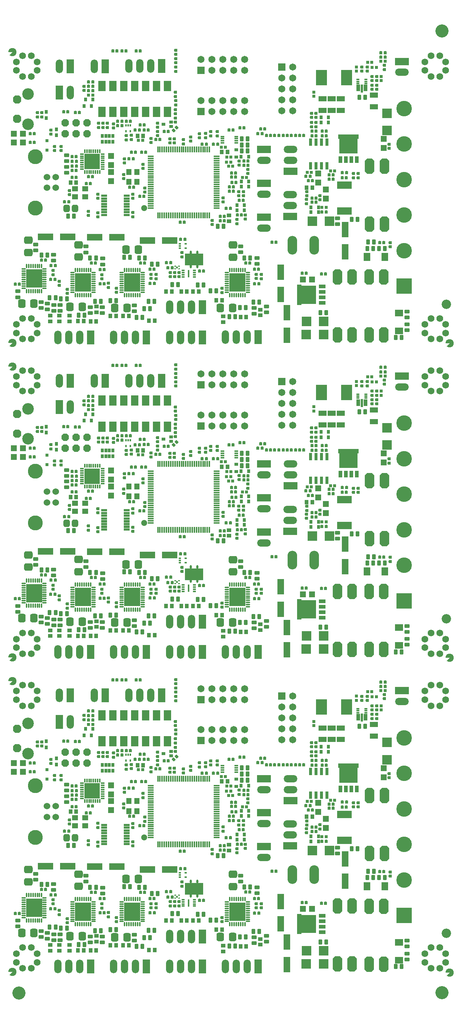
<source format=gbr>
G04 Generated on UCAM*
%FSLAX24Y24*%
%MOIN*%
%IPPOS*%
%AMCOM10*
4,1-$1,48,
-0.05935,0.00000,
-0.05884,0.00775,-0.05733,0.01536,-0.05483,0.02271,-0.05140,0.02968,-0.04709,0.03613,
-0.04197,0.04197,-0.03613,0.04709,-0.02968,0.05140,-0.02271,0.05483,-0.01536,0.05733,
-0.00775,0.05884,0.00000,0.05935,0.00775,0.05884,0.01536,0.05733,0.02271,0.05483,
0.02968,0.05140,0.03613,0.04709,0.04197,0.04197,0.04709,0.03613,0.05140,0.02968,
0.05483,0.02271,0.05733,0.01536,0.05884,0.00775,0.05935,0.00000,0.05884,-0.00775,
0.05733,-0.01536,0.05483,-0.02271,0.05140,-0.02968,0.04709,-0.03613,0.04197,-0.04197,
0.03613,-0.04709,0.02968,-0.05140,0.02271,-0.05483,0.01536,-0.05733,0.00775,-0.05884,
0.00000,-0.05935,-0.00775,-0.05884,-0.01536,-0.05733,-0.02271,-0.05483,-0.02968,-0.05140,
-0.03613,-0.04709,-0.04197,-0.04197,-0.04709,-0.03613,-0.05140,-0.02968,-0.05483,-0.02271,
-0.05733,-0.01536,-0.05884,-0.00775,-0.05935,0.00000,$2*
%
%ADD10COM10,0X0.00*%
%ADD11R,0.03540X0.06180*%
%ADD12R,0.02760X0.01460*%
%ADD13R,0.03550X0.01570*%
%ADD14C,0.06200*%
%AMREC*21,1-$4,$1,$2,0,0,$3*%
%ADD15REC,0.01706X0.01706X45.00X0*%
%ADD16C,0.03200*%
%ADD17C,0.06000*%
%ADD18C,0.06510*%
%ADD19R,0.04800X0.01500*%
%ADD20R,0.05500X0.01900*%
%ADD21R,0.17000X0.10600*%
%ADD22R,0.07290X0.04930*%
%ADD23R,0.02770X0.02570*%
%ADD24R,0.02570X0.02770*%
%ADD25R,0.10100X0.14100*%
%AMCOM26*
4,1-$1,24,
-0.01500,0.00668,
-0.01465,0.00889,-0.01360,0.01096,-0.01196,0.01260,-0.00989,0.01365,-0.00768,0.01400,
0.00768,0.01400,0.00989,0.01365,0.01196,0.01260,0.01360,0.01096,0.01465,0.00889,
0.01500,0.00668,0.01500,-0.00667,0.01475,-0.00853,0.01376,-0.01072,0.01211,-0.01248,
0.00998,-0.01362,0.00768,-0.01400,-0.00768,-0.01400,-0.00989,-0.01365,-0.01196,-0.01260,
-0.01360,-0.01096,-0.01465,-0.00889,-0.01500,-0.00668,-0.01500,0.00668,$2*
%
%ADD26COM26,0X0.00*%
%ADD27R,0.02170X0.07400*%
%AMCOM28*
4,1-$1,28,
-0.01755,0.01392,
-0.01723,0.01631,-0.01622,0.01858,-0.01462,0.02049,-0.01256,0.02188,-0.01019,0.02263,
-0.00783,0.02270,0.00783,0.02270,0.01019,0.02263,0.01256,0.02188,0.01462,0.02049,
0.01622,0.01858,0.01723,0.01631,0.01755,0.01392,0.01755,-0.01392,0.01723,-0.01631,
0.01622,-0.01858,0.01462,-0.02049,0.01256,-0.02188,0.01019,-0.02263,0.00783,-0.02270,
-0.00783,-0.02270,-0.01019,-0.02263,-0.01256,-0.02188,-0.01462,-0.02049,-0.01622,-0.01858,
-0.01723,-0.01631,-0.01755,-0.01392,-0.01755,0.01392,$2*
%
%ADD28COM28,0X0.00*%
%ADD29R,0.03240X0.04060*%
%AMCOM30*
4,1-$1,24,
-0.01400,0.00768,
-0.01365,0.00989,-0.01260,0.01196,-0.01096,0.01360,-0.00889,0.01465,-0.00668,0.01500,
0.00668,0.01500,0.00889,0.01465,0.01096,0.01360,0.01260,0.01196,0.01365,0.00989,
0.01400,0.00768,0.01400,-0.00767,0.01375,-0.00953,0.01276,-0.01172,0.01111,-0.01348,
0.00898,-0.01462,0.00668,-0.01500,-0.00668,-0.01500,-0.00889,-0.01465,-0.01096,-0.01360,
-0.01260,-0.01196,-0.01365,-0.00989,-0.01400,-0.00768,-0.01400,0.00768,$2*
%
%ADD30COM30,0X0.00*%
%ADD31R,0.03400X0.06200*%
%ADD32R,0.06200X0.03400*%
%AMCOM33*
4,1-$1,33,
-0.01741,0.00070,
-0.01716,0.00261,-0.01642,0.00439,-0.01587,0.00512,-0.01598,0.00523,-0.00523,0.01598,
-0.00510,0.01585,-0.00405,0.01661,-0.00186,0.01732,0.00045,0.01732,0.00264,0.01662,
0.00370,0.01586,0.00382,0.01598,0.01598,0.00382,0.01586,0.00370,0.01662,0.00264,
0.01732,0.00045,0.01732,-0.00186,0.01661,-0.00405,0.01585,-0.00510,0.01598,-0.00523,
0.00523,-0.01598,0.00510,-0.01585,0.00405,-0.01661,0.00186,-0.01732,-0.00045,-0.01732,
-0.00264,-0.01662,-0.00370,-0.01586,-0.00382,-0.01598,-0.01598,-0.00382,-0.01587,-0.00371,
-0.01643,-0.00298,-0.01716,-0.00120,-0.01741,0.00070,$2*
%
%ADD33COM33,0X0.00*%
%ADD34R,0.06510X0.09770*%
%ADD35R,0.06030X0.07690*%
%ADD36R,0.02600X0.03400*%
%ADD37R,0.05600X0.02100*%
%ADD38R,0.08500X0.08500*%
%AMCOM39*
4,1-$1,56,
-0.03800,0.00000,
-0.03776,0.00425,-0.03704,0.00846,-0.03586,0.01255,-0.03423,0.01649,-0.03217,0.02022,
-0.02971,0.02369,-0.02687,0.02687,-0.02369,0.02971,-0.02022,0.03217,-0.01649,0.03423,
-0.01255,0.03586,-0.00846,0.03704,-0.00425,0.03776,0.00000,0.03800,0.00425,0.03776,
0.00846,0.03704,0.01255,0.03586,0.01649,0.03423,0.02022,0.03217,0.02369,0.02971,
0.02687,0.02687,0.02971,0.02369,0.03217,0.02022,0.03423,0.01649,0.03586,0.01255,
0.03704,0.00846,0.03776,0.00425,0.03800,0.00000,0.03776,-0.00425,0.03704,-0.00846,
0.03586,-0.01255,0.03423,-0.01649,0.03217,-0.02022,0.02971,-0.02369,0.02687,-0.02687,
0.02369,-0.02971,0.02022,-0.03217,0.01649,-0.03423,0.01255,-0.03586,0.00846,-0.03704,
0.00425,-0.03776,0.00000,-0.03800,-0.00425,-0.03776,-0.00846,-0.03704,-0.01255,-0.03586,
-0.01649,-0.03423,-0.02022,-0.03217,-0.02369,-0.02971,-0.02687,-0.02687,-0.02971,-0.02369,
-0.03217,-0.02022,-0.03423,-0.01649,-0.03586,-0.01255,-0.03704,-0.00846,-0.03776,-0.00425,
-0.03800,0.00000,$2*
%
%ADD39COM39,0X0.00*%
%ADD40R,0.13200X0.06900*%
%AMCOM41*
4,1-$1,36,
-0.02900,0.01705,
-0.02870,0.02012,-0.02779,0.02312,-0.02631,0.02589,-0.02432,0.02832,-0.02189,0.03031,
-0.01913,0.03179,-0.01612,0.03270,-0.01305,0.03300,0.01305,0.03300,0.01612,0.03270,
0.01912,0.03179,0.02189,0.03031,0.02432,0.02832,0.02631,0.02589,0.02779,0.02312,
0.02870,0.02012,0.02900,0.01705,0.02900,-0.01704,0.02876,-0.01979,0.02790,-0.02285,
0.02644,-0.02568,0.02446,-0.02817,0.02202,-0.03022,0.01922,-0.03175,0.01617,-0.03269,
0.01305,-0.03300,-0.01305,-0.03300,-0.01612,-0.03270,-0.01912,-0.03179,-0.02189,-0.03031,
-0.02432,-0.02832,-0.02631,-0.02589,-0.02779,-0.02312,-0.02870,-0.02012,-0.02900,-0.01705,
-0.02900,0.01705,$2*
%
%ADD41COM41,0X0.00*%
%ADD42R,0.05800X0.04800*%
%ADD43R,0.02600X0.03200*%
%AMCOM44*
4,1-$1,31,
-0.02275,-0.00876,
-0.02274,-0.00837,-0.02272,-0.00804,-0.02270,-0.00777,-0.02270,0.00783,-0.02263,0.01019,
-0.02188,0.01256,-0.02049,0.01462,-0.01858,0.01622,-0.01631,0.01723,-0.01392,0.01755,
0.01392,0.01755,0.01631,0.01723,0.01858,0.01622,0.02049,0.01462,0.02188,0.01256,
0.02263,0.01019,0.02270,0.00783,0.02270,-0.00783,0.02263,-0.01019,0.02188,-0.01256,
0.02049,-0.01462,0.01858,-0.01622,0.01631,-0.01723,0.01392,-0.01755,-0.01391,-0.01755,
-0.01615,-0.01727,-0.01830,-0.01639,-0.02014,-0.01498,-0.02156,-0.01315,-0.02245,-0.01100,
-0.02275,-0.00876,$2*
%
%ADD44COM44,0X0.00*%
%ADD45O,0.01580X0.05720*%
%ADD46O,0.05620X0.01480*%
%ADD47O,0.05720X0.01580*%
%ADD48R,0.03000X0.03000*%
%AMCOM49*
4,1-$1,46,
-0.03855,-0.01584,
-0.03854,-0.01533,-0.03853,-0.01486,-0.03850,-0.01444,-0.03850,0.01448,-0.03847,0.01762,
-0.03788,0.02079,-0.03676,0.02381,-0.03513,0.02660,-0.03306,0.02906,-0.03059,0.03114,
-0.02781,0.03276,-0.02479,0.03388,-0.02162,0.03447,-0.01847,0.03450,0.01847,0.03450,
0.02162,0.03447,0.02479,0.03388,0.02781,0.03276,0.03059,0.03114,0.03306,0.02906,
0.03514,0.02659,0.03676,0.02381,0.03788,0.02079,0.03847,0.01762,0.03850,0.01447,
0.03850,-0.01447,0.03847,-0.01762,0.03788,-0.02079,0.03676,-0.02381,0.03514,-0.02659,
0.03306,-0.02906,0.03060,-0.03113,0.02781,-0.03276,0.02479,-0.03388,0.02162,-0.03447,
0.01848,-0.03450,-0.01848,-0.03450,-0.02182,-0.03444,-0.02518,-0.03377,-0.02835,-0.03249,
-0.03125,-0.03066,-0.03376,-0.02833,-0.03580,-0.02558,-0.03731,-0.02251,-0.03824,-0.01921,
-0.03855,-0.01584,$2*
%
%ADD49COM49,0X0.00*%
%ADD50R,0.13990X0.06110*%
%ADD51R,0.03000X0.06600*%
%ADD52R,0.05400X0.05400*%
%AMCOM53*
4,1-$1,46,
-0.02750,0.00000,
-0.02724,0.00374,-0.02648,0.00742,-0.02522,0.01096,-0.02350,0.01429,-0.02133,0.01736,
-0.01877,0.02010,-0.01586,0.02247,-0.01265,0.02442,-0.00921,0.02591,-0.00560,0.02693,
-0.00188,0.02744,0.00188,0.02744,0.00560,0.02693,0.00921,0.02591,0.01265,0.02442,
0.01586,0.02247,0.01877,0.02010,0.02133,0.01736,0.02350,0.01429,0.02522,0.01096,
0.02648,0.00742,0.02724,0.00374,0.02750,0.00000,0.02724,-0.00374,0.02648,-0.00742,
0.02522,-0.01096,0.02350,-0.01429,0.02133,-0.01736,0.01877,-0.02010,0.01586,-0.02247,
0.01265,-0.02442,0.00921,-0.02591,0.00560,-0.02693,0.00188,-0.02744,-0.00188,-0.02744,
-0.00560,-0.02693,-0.00921,-0.02591,-0.01265,-0.02442,-0.01586,-0.02247,-0.01877,-0.02010,
-0.02133,-0.01736,-0.02350,-0.01429,-0.02522,-0.01096,-0.02648,-0.00742,-0.02724,-0.00374,
-0.02750,0.00000,$2*
%
%ADD53COM53,0X0.00*%
%ADD54R,0.14770X0.16740*%
%ADD55O,0.01480X0.03850*%
%ADD56O,0.01580X0.03950*%
%ADD57O,0.03850X0.01480*%
%AMCOM58*
4,1-$1,24,
-0.00800,0.01139,
-0.00765,0.01348,-0.00667,0.01539,-0.00514,0.01690,-0.00322,0.01787,-0.00114,0.01820,
0.00114,0.01820,0.00322,0.01787,0.00514,0.01690,0.00667,0.01539,0.00765,0.01348,
0.00800,0.01139,0.00800,-0.01139,0.00765,-0.01348,0.00667,-0.01539,0.00514,-0.01690,
0.00322,-0.01787,0.00114,-0.01820,-0.00114,-0.01820,-0.00322,-0.01787,-0.00514,-0.01690,
-0.00667,-0.01539,-0.00765,-0.01348,-0.00800,-0.01139,-0.00800,0.01139,$2*
%
%ADD58COM58,0X0.00*%
%AMCOM59*
4,1-$1,24,
-0.01820,0.00114,
-0.01787,0.00322,-0.01690,0.00514,-0.01539,0.00667,-0.01348,0.00765,-0.01139,0.00800,
0.01139,0.00800,0.01348,0.00765,0.01539,0.00667,0.01690,0.00514,0.01787,0.00322,
0.01820,0.00114,0.01820,-0.00113,0.01797,-0.00289,0.01705,-0.00493,0.01553,-0.00656,
0.01356,-0.00763,0.01139,-0.00800,-0.01139,-0.00800,-0.01348,-0.00765,-0.01539,-0.00667,
-0.01690,-0.00514,-0.01787,-0.00322,-0.01820,-0.00114,-0.01820,0.00114,$2*
%
%ADD59COM59,0X0.00*%
%ADD60R,0.14300X0.14300*%
%ADD61R,0.02960X0.03750*%
%ADD62R,0.03750X0.02770*%
%ADD63R,0.02770X0.01580*%
%ADD64R,0.01390X0.06900*%
%ADD65R,0.02270X0.01680*%
%ADD66R,0.02370X0.01780*%
%ADD67R,0.08670X0.08670*%
%ADD68O,0.01700X0.03750*%
%ADD69O,0.03750X0.01700*%
%ADD70R,0.01780X0.02370*%
%ADD71R,0.04060X0.03240*%
%ADD72R,0.06110X0.13990*%
%AMCOM73*
4,1-$1,46,
-0.03455,-0.01984,
-0.03454,-0.01933,-0.03453,-0.01886,-0.03450,-0.01844,-0.03450,0.01848,-0.03447,0.02162,
-0.03388,0.02479,-0.03276,0.02781,-0.03113,0.03060,-0.02906,0.03306,-0.02659,0.03514,
-0.02381,0.03676,-0.02079,0.03788,-0.01762,0.03847,-0.01447,0.03850,0.01447,0.03850,
0.01762,0.03847,0.02079,0.03788,0.02381,0.03676,0.02659,0.03514,0.02906,0.03306,
0.03114,0.03059,0.03276,0.02781,0.03388,0.02479,0.03447,0.02162,0.03450,0.01847,
0.03450,-0.01847,0.03447,-0.02162,0.03388,-0.02479,0.03276,-0.02781,0.03114,-0.03059,
0.02906,-0.03306,0.02660,-0.03513,0.02381,-0.03676,0.02079,-0.03788,0.01762,-0.03847,
0.01448,-0.03850,-0.01448,-0.03850,-0.01782,-0.03844,-0.02118,-0.03777,-0.02435,-0.03649,
-0.02725,-0.03466,-0.02976,-0.03233,-0.03180,-0.02958,-0.03331,-0.02651,-0.03424,-0.02321,
-0.03455,-0.01984,$2*
%
%ADD73COM73,0X0.00*%
%ADD74R,0.03750X0.02960*%
%ADD75R,0.04800X0.05800*%
%ADD76R,0.07690X0.06030*%
%ADD77R,0.06510X0.06510*%
%ADD78O,0.08850X0.17100*%
%AMCOM79*
4,1-$1,8,
-0.04450,0.04722,
-0.02211,0.06950,0.02211,0.06950,0.04450,0.04722,0.04450,-0.04722,0.02211,-0.06950,
-0.02211,-0.06950,-0.04450,-0.04722,-0.04450,0.04722,$2*
%
%ADD79COM79,0X0.00*%
%AMBOXS*
$10=$1/2*$11=$2/2*$12=$10-$3*$13=$11-$4*
4,1-$6,8,0-$12,$11,$12,$11,$10,$13,$10,0-$13,$12,0-$11,0-$12,0-$11,0-$10,0-$13,0-$10,$13,0-$12,$11,$5*%
%ADD80BOXS,0.06796X0.06796X0.01991X0.01991X45.00X0*%
%ADD81C,0.13650*%
%ADD82BOXS,0.07600X0.07600X0.02226X0.02226X45.00X0*%
%ADD83C,0.10600*%
%ADD84R,0.12600X0.06600*%
%ADD85O,0.12600X0.06600*%
%ADD86R,0.06600X0.12600*%
%ADD87O,0.06600X0.12600*%
%ADD88C,0.14200*%
%ADD89R,0.14200X0.14200*%
%ADD90C,0.08600*%
%SRX1Y1I0.0000J0.0000*%
%LN29384_csmask*%
%LPD*%
D10*
X51800Y98572D03*
Y10600D03*
X13061Y10561D03*
D11*
X44125Y35803D03*
X44794D03*
X44125Y64583D03*
X44794D03*
X44125Y93362D03*
X44794D03*
D12*
X44833Y36217D03*
Y36394D03*
Y36571D03*
X44085D03*
Y36394D03*
Y36217D03*
X44833Y64997D03*
Y65174D03*
Y65351D03*
X44085D03*
Y65174D03*
Y64997D03*
X44833Y93776D03*
Y93953D03*
Y94130D03*
X44085D03*
Y93953D03*
Y93776D03*
D13*
X31683Y31359D03*
Y31162D03*
Y30965D03*
Y30769D03*
X32943Y31359D03*
Y31162D03*
Y30965D03*
Y30769D03*
X31683Y60139D03*
Y59942D03*
Y59745D03*
Y59549D03*
X32943Y60139D03*
Y59942D03*
Y59745D03*
Y59549D03*
X31683Y88918D03*
Y88721D03*
Y88524D03*
Y88328D03*
X32943Y88918D03*
Y88721D03*
Y88524D03*
Y88328D03*
G36*
X44155Y60338D02*
Y59934D01*
X44057*
Y58596*
X42403*
Y59934*
X42305*
Y60338*
X44155*
G37*
G36*
X44155Y89117D02*
Y88713D01*
X44057*
Y87375*
X42403*
Y88713*
X42305*
Y89117*
X44155*
G37*
G36*
X44155Y31558D02*
Y31154D01*
X44057*
Y29816*
X42403*
Y31154*
X42305*
Y31558*
X44155*
G37*
G36*
X38515Y46590D02*
X38918D01*
Y46492*
X40257*
Y44838*
X38918*
Y44740*
X38515*
Y46590*
G37*
G36*
X38515Y75369D02*
X38918D01*
Y75271*
X40257*
Y73617*
X38918*
Y73519*
X38515*
Y75369*
G37*
G36*
X38515Y17810D02*
X38918D01*
Y17712*
X40257*
Y16058*
X38918*
Y15960*
X38515*
Y17810*
G37*
G36*
X27673Y77017D02*
X27614Y77076D01*
Y77120*
X27775*
Y77017*
X27673*
G37*
G36*
X27673Y48238D02*
X27614Y48297D01*
Y48341*
X27775*
Y48238*
X27673*
G37*
G36*
X27673Y19458D02*
X27614Y19517D01*
Y19561*
X27775*
Y19458*
X27673*
G37*
G36*
X27389Y19458D02*
X27287D01*
Y19561*
X27448*
Y19517*
X27389Y19458*
G37*
G36*
X27389Y77017D02*
X27287D01*
Y77120*
X27448*
Y77076*
X27389Y77017*
G37*
G36*
X27389Y48238D02*
X27287D01*
Y48341*
X27448*
Y48297*
X27389Y48238*
G37*
G36*
X27614Y19242D02*
X27673Y19301D01*
X27775*
Y19199*
X27614*
Y19242*
G37*
G36*
X27614Y48022D02*
X27673Y48081D01*
X27775*
Y47979*
X27614*
Y48022*
G37*
G36*
X27614Y76801D02*
X27673Y76860D01*
X27775*
Y76758*
X27614*
Y76801*
G37*
G36*
X27448Y19242D02*
Y19199D01*
X27287*
Y19301*
X27389*
X27448Y19242*
G37*
G36*
X27448Y48022D02*
Y47979D01*
X27287*
Y48081*
X27389*
X27448Y48022*
G37*
G36*
X27448Y76801D02*
Y76758D01*
X27287*
Y76860*
X27389*
X27448Y76801*
G37*
D14*
X51575Y12835D03*
X50787D03*
X50236Y13386D03*
Y14173D03*
X50787Y14724D03*
X51575D03*
X52126Y14173D03*
Y13386D03*
Y37402D03*
Y38189D03*
X51575Y38740D03*
X50787D03*
X50236Y38189D03*
Y37402D03*
X50787Y36850D03*
X51575D03*
X14724Y37402D03*
Y38189D03*
X14173Y38740D03*
X13386D03*
X12835Y38189D03*
Y37402D03*
X13386Y36850D03*
X14173D03*
X14724Y13386D03*
Y14173D03*
X14173Y14724D03*
X13386D03*
X12835Y14173D03*
Y13386D03*
X13386Y12835D03*
X14173D03*
X51575Y41615D03*
X50787D03*
X50236Y42166D03*
Y42953D03*
X50787Y43504D03*
X51575D03*
X52126Y42953D03*
Y42166D03*
Y66182D03*
Y66969D03*
X51575Y67520D03*
X50787D03*
X50236Y66969D03*
Y66182D03*
X50787Y65630D03*
X51575D03*
X14724Y66182D03*
Y66969D03*
X14173Y67520D03*
X13386D03*
X12835Y66969D03*
Y66182D03*
X13386Y65630D03*
X14173D03*
X14724Y42166D03*
Y42953D03*
X14173Y43504D03*
X13386D03*
X12835Y42953D03*
Y42166D03*
X13386Y41615D03*
X14173D03*
X51575Y70394D03*
X50787D03*
X50236Y70945D03*
Y71732D03*
X50787Y72283D03*
X51575D03*
X52126Y71732D03*
Y70945D03*
Y94961D03*
Y95748D03*
X51575Y96299D03*
X50787D03*
X50236Y95748D03*
Y94961D03*
X50787Y94409D03*
X51575D03*
X14724Y94961D03*
Y95748D03*
X14173Y96299D03*
X13386D03*
X12835Y95748D03*
Y94961D03*
X13386Y94409D03*
X14173D03*
X14724Y70945D03*
Y71732D03*
X14173Y72283D03*
X13386D03*
X12835Y71732D03*
Y70945D03*
X13386Y70394D03*
X14173D03*
D15*
X27531Y19380D03*
Y48160D03*
Y76939D03*
D16*
X43630Y30096D03*
Y30496D03*
Y30896D03*
Y31296D03*
X42830D03*
Y30896D03*
Y30496D03*
Y30096D03*
X43230D03*
Y30496D03*
Y31296D03*
Y30896D03*
X39977Y17285D03*
X39577D03*
X39177D03*
X38777D03*
Y16485D03*
X39177D03*
X39577D03*
X39977D03*
Y16885D03*
X39577D03*
X38777D03*
X39177D03*
X32625Y18659D03*
X33492Y17359D03*
X33059D03*
X32625D03*
X33492Y17793D03*
X33059D03*
X32625D03*
X33492Y18226D03*
X33059D03*
X32625D03*
X33492Y18659D03*
X33059D03*
X19769Y29069D03*
Y29443D03*
X19392Y29446D03*
X19396Y29069D03*
X19394Y28685D03*
X19769Y28694D03*
X20143D03*
Y29069D03*
Y29443D03*
X14445Y19019D03*
X14878D03*
X14012Y18586D03*
X14445D03*
X14878D03*
X14012Y18153D03*
X14445D03*
X14878D03*
X14012Y17719D03*
X14445D03*
X14878D03*
X14012Y19019D03*
X18918Y18659D03*
X19352D03*
X18485Y18226D03*
X18918D03*
X19352D03*
X18485Y17793D03*
X18918D03*
X19352D03*
X18485Y17359D03*
X18918D03*
X19352D03*
X18485Y18659D03*
X23419D03*
X23852D03*
X22985Y18226D03*
X23419D03*
X23852D03*
X22985Y17793D03*
X23419D03*
X23852D03*
X22985Y17359D03*
X23419D03*
X23852D03*
X22985Y18659D03*
X43630Y58876D03*
Y59276D03*
Y59676D03*
Y60076D03*
X42830D03*
Y59676D03*
Y59276D03*
Y58876D03*
X43230D03*
Y59276D03*
Y60076D03*
Y59676D03*
X39977Y46065D03*
X39577D03*
X39177D03*
X38777D03*
Y45265D03*
X39177D03*
X39577D03*
X39977D03*
Y45665D03*
X39577D03*
X38777D03*
X39177D03*
X32625Y47439D03*
X33492Y46139D03*
X33059D03*
X32625D03*
X33492Y46573D03*
X33059D03*
X32625D03*
X33492Y47006D03*
X33059D03*
X32625D03*
X33492Y47439D03*
X33059D03*
X19769Y57849D03*
Y58223D03*
X19392Y58226D03*
X19396Y57849D03*
X19394Y57465D03*
X19769Y57474D03*
X20143D03*
Y57849D03*
Y58223D03*
X14445Y47799D03*
X14878D03*
X14012Y47366D03*
X14445D03*
X14878D03*
X14012Y46933D03*
X14445D03*
X14878D03*
X14012Y46499D03*
X14445D03*
X14878D03*
X14012Y47799D03*
X18918Y47439D03*
X19352D03*
X18485Y47006D03*
X18918D03*
X19352D03*
X18485Y46573D03*
X18918D03*
X19352D03*
X18485Y46139D03*
X18918D03*
X19352D03*
X18485Y47439D03*
X23419D03*
X23852D03*
X22985Y47006D03*
X23419D03*
X23852D03*
X22985Y46573D03*
X23419D03*
X23852D03*
X22985Y46139D03*
X23419D03*
X23852D03*
X22985Y47439D03*
X43630Y87655D03*
Y88055D03*
Y88455D03*
Y88855D03*
X42830D03*
Y88455D03*
Y88055D03*
Y87655D03*
X43230D03*
Y88055D03*
Y88855D03*
Y88455D03*
X39977Y74844D03*
X39577D03*
X39177D03*
X38777D03*
Y74044D03*
X39177D03*
X39577D03*
X39977D03*
Y74444D03*
X39577D03*
X38777D03*
X39177D03*
X32625Y76218D03*
X33492Y74918D03*
X33059D03*
X32625D03*
X33492Y75352D03*
X33059D03*
X32625D03*
X33492Y75785D03*
X33059D03*
X32625D03*
X33492Y76218D03*
X33059D03*
X19769Y86628D03*
Y87002D03*
X19392Y87005D03*
X19396Y86628D03*
X19394Y86244D03*
X19769Y86253D03*
X20143D03*
Y86628D03*
Y87002D03*
X14445Y76578D03*
X14878D03*
X14012Y76145D03*
X14445D03*
X14878D03*
X14012Y75712D03*
X14445D03*
X14878D03*
X14012Y75278D03*
X14445D03*
X14878D03*
X14012Y76578D03*
X18918Y76218D03*
X19352D03*
X18485Y75785D03*
X18918D03*
X19352D03*
X18485Y75352D03*
X18918D03*
X19352D03*
X18485Y74918D03*
X18918D03*
X19352D03*
X18485Y76218D03*
X23419D03*
X23852D03*
X22985Y75785D03*
X23419D03*
X23852D03*
X22985Y75352D03*
X23419D03*
X23852D03*
X22985Y74918D03*
X23419D03*
X23852D03*
X22985Y76218D03*
D17*
X16427Y26665D03*
Y27657D03*
X15637D03*
Y26665D03*
X16427Y55445D03*
Y56437D03*
X15637D03*
Y55445D03*
X16427Y84224D03*
Y85216D03*
X15637D03*
Y84224D03*
D18*
X38135Y37726D03*
Y36726D03*
Y35726D03*
Y34726D03*
Y33726D03*
Y66506D03*
Y65506D03*
Y64506D03*
Y63506D03*
Y62506D03*
Y95285D03*
Y94285D03*
Y93285D03*
Y92285D03*
Y91285D03*
X29708Y38409D03*
X30708Y37408D03*
Y38409D03*
X31709Y37408D03*
Y38409D03*
X32708Y37408D03*
Y38409D03*
X33709Y37408D03*
Y38409D03*
X37135Y33726D03*
Y34726D03*
Y35726D03*
Y36726D03*
X33709Y34659D03*
Y33658D03*
X32708Y34659D03*
Y33658D03*
X31709Y34659D03*
Y33658D03*
X30708Y34659D03*
Y33658D03*
X29708Y34659D03*
Y67189D03*
X30708Y66188D03*
Y67189D03*
X31709Y66188D03*
Y67189D03*
X32708Y66188D03*
Y67189D03*
X33709Y66188D03*
Y67189D03*
X37135Y62506D03*
Y63506D03*
Y64506D03*
Y65506D03*
X33709Y63439D03*
Y62438D03*
X32708Y63439D03*
Y62438D03*
X31709Y63439D03*
Y62438D03*
X30708Y63439D03*
Y62438D03*
X29708Y63439D03*
Y95968D03*
X30708Y94967D03*
Y95968D03*
X31709Y94967D03*
Y95968D03*
X32708Y94967D03*
Y95968D03*
X33709Y94967D03*
Y95968D03*
X37135Y91285D03*
Y92285D03*
Y93285D03*
Y94285D03*
X33709Y92218D03*
Y91217D03*
X32708Y92218D03*
Y91217D03*
X31709Y92218D03*
Y91217D03*
X30708Y92218D03*
Y91217D03*
X29708Y92218D03*
D19*
X22910Y25944D03*
Y25694D03*
Y25444D03*
Y25194D03*
Y24944D03*
Y24694D03*
Y24444D03*
Y24194D03*
X20870D03*
Y24444D03*
Y24694D03*
Y24944D03*
Y25194D03*
Y25444D03*
Y25694D03*
Y25944D03*
X22910Y54724D03*
Y54474D03*
Y54224D03*
Y53974D03*
Y53724D03*
Y53474D03*
Y53224D03*
Y52974D03*
X20870D03*
Y53224D03*
Y53474D03*
Y53724D03*
Y53974D03*
Y54224D03*
Y54474D03*
Y54724D03*
X22910Y83503D03*
Y83253D03*
Y83003D03*
Y82753D03*
Y82503D03*
Y82253D03*
Y82003D03*
Y81753D03*
X20870D03*
Y82003D03*
Y82253D03*
Y82503D03*
Y82753D03*
Y83003D03*
Y83253D03*
Y83503D03*
D20*
X22915Y25944D03*
Y25694D03*
Y25444D03*
Y25194D03*
Y24944D03*
Y24694D03*
Y24444D03*
Y24194D03*
X20865D03*
Y24444D03*
Y24694D03*
Y24944D03*
Y25194D03*
Y25444D03*
Y25694D03*
Y25944D03*
X22915Y54724D03*
Y54474D03*
Y54224D03*
Y53974D03*
Y53724D03*
Y53474D03*
Y53224D03*
Y52974D03*
X20865D03*
Y53224D03*
Y53474D03*
Y53724D03*
Y53974D03*
Y54224D03*
Y54474D03*
Y54724D03*
X22915Y83503D03*
Y83253D03*
Y83003D03*
Y82753D03*
Y82503D03*
Y82253D03*
Y82003D03*
Y81753D03*
X20865D03*
Y82003D03*
Y82253D03*
Y82503D03*
Y82753D03*
Y83003D03*
Y83253D03*
Y83503D03*
D21*
X29096Y20107D03*
Y48887D03*
Y77666D03*
D22*
X45559Y35130D03*
Y34067D03*
X40869Y34820D03*
Y33757D03*
X41689Y34820D03*
Y33757D03*
X42529Y34820D03*
Y33757D03*
X45559Y63910D03*
Y62847D03*
X40869Y63600D03*
Y62537D03*
X41689Y63600D03*
Y62537D03*
X42529Y63600D03*
Y62537D03*
X45559Y92689D03*
Y91626D03*
X40869Y92379D03*
Y91316D03*
X41689Y92379D03*
Y91316D03*
X42529Y92379D03*
Y91316D03*
D23*
X45782Y37684D03*
X45405D03*
X45352Y38151D03*
X44975D03*
X31586Y30379D03*
X31960D03*
X32069Y29024D03*
X32446D03*
X32092Y29490D03*
X32469D03*
X41175Y24878D03*
X40799D03*
X33887Y27618D03*
X33510D03*
X32254Y28630D03*
X32631D03*
X19808Y35151D03*
X19434D03*
X24002Y31014D03*
X24376D03*
X41574Y28201D03*
X41951D03*
X39838Y28091D03*
X39464D03*
X46572Y38232D03*
X46198D03*
X45782Y66464D03*
X45405D03*
X45352Y66931D03*
X44975D03*
X31586Y59159D03*
X31960D03*
X32069Y57804D03*
X32446D03*
X32092Y58270D03*
X32469D03*
X41175Y53658D03*
X40799D03*
X33887Y56398D03*
X33510D03*
X32254Y57410D03*
X32631D03*
X19808Y63931D03*
X19434D03*
X24002Y59794D03*
X24376D03*
X41574Y56981D03*
X41951D03*
X39838Y56871D03*
X39464D03*
X46572Y67012D03*
X46198D03*
X45782Y95243D03*
X45405D03*
X45352Y95710D03*
X44975D03*
X31586Y87938D03*
X31960D03*
X32069Y86583D03*
X32446D03*
X32092Y87049D03*
X32469D03*
X41175Y82437D03*
X40799D03*
X33887Y85177D03*
X33510D03*
X32254Y86189D03*
X32631D03*
X19808Y92710D03*
X19434D03*
X24002Y88573D03*
X24376D03*
X41574Y85760D03*
X41951D03*
X39838Y85650D03*
X39464D03*
X46572Y95791D03*
X46198D03*
D24*
X40060Y35414D03*
Y35037D03*
X43949Y37344D03*
Y37721D03*
X46219Y36845D03*
Y36468D03*
X40060Y64194D03*
Y63817D03*
X43949Y66124D03*
Y66501D03*
X46219Y65625D03*
Y65248D03*
X40060Y92973D03*
Y92596D03*
X43949Y94903D03*
Y95280D03*
X46219Y94404D03*
Y94027D03*
D25*
X40739Y36733D03*
X43039D03*
X40739Y65513D03*
X43039D03*
X40739Y94292D03*
X43039D03*
D26*
X45819Y36468D03*
Y36847D03*
X44965Y37719D03*
Y37340D03*
X45399Y36847D03*
Y36468D03*
X44469Y37719D03*
Y37340D03*
X45399Y35678D03*
Y36057D03*
X45819Y35678D03*
Y36057D03*
X31215Y31807D03*
Y31428D03*
X21171Y32568D03*
Y32194D03*
X20761Y32568D03*
Y32194D03*
X27718Y18553D03*
Y18927D03*
X27315Y18553D03*
Y18927D03*
X26911Y18553D03*
Y18927D03*
X23368Y31088D03*
Y31462D03*
X39421Y25939D03*
Y26313D03*
X16179Y19095D03*
Y18721D03*
X20295Y26093D03*
Y25719D03*
X23474Y26077D03*
Y25703D03*
X23484Y24025D03*
Y24399D03*
X20305Y23996D03*
Y24370D03*
X21999Y17112D03*
Y17486D03*
X16314Y30082D03*
Y30456D03*
X22649Y27875D03*
Y27501D03*
X17488Y17002D03*
Y17376D03*
X28799Y30943D03*
Y31317D03*
X20639Y18726D03*
Y18352D03*
X25139Y18736D03*
Y18362D03*
X27429Y38095D03*
Y38469D03*
X40254Y33479D03*
Y33105D03*
X31639Y17091D03*
Y17465D03*
X34789Y18736D03*
Y18362D03*
X30763Y23689D03*
Y23315D03*
X17699Y26031D03*
Y26405D03*
X22732Y28931D03*
Y29305D03*
X24409Y28825D03*
Y28451D03*
X31769Y25384D03*
Y25758D03*
X14739Y33535D03*
Y33161D03*
X47041Y21651D03*
Y21272D03*
X21711Y32521D03*
Y32142D03*
X20361Y32571D03*
Y32192D03*
X16914Y30079D03*
Y30458D03*
X19021Y35581D03*
Y35960D03*
X46511Y37867D03*
Y37488D03*
X28130Y31068D03*
Y30689D03*
X19421Y24131D03*
Y24510D03*
X46941Y30641D03*
Y30262D03*
X15998Y31950D03*
Y31571D03*
X15149Y33159D03*
Y33537D03*
X39854Y33102D03*
Y33481D03*
X26881Y30774D03*
Y31153D03*
X39849Y32257D03*
Y32636D03*
X40259D03*
Y32257D03*
X22876Y31430D03*
Y31051D03*
X35268Y18738D03*
Y18360D03*
X16759Y18128D03*
Y17750D03*
X25619Y18738D03*
Y18360D03*
X21249Y17929D03*
Y17550D03*
X29599Y31628D03*
Y31250D03*
X30143Y31639D03*
Y31260D03*
X30615Y31804D03*
Y31425D03*
X27285Y30774D03*
Y31153D03*
X43701Y27591D03*
Y27970D03*
X44111Y27591D03*
Y27970D03*
X40638Y25578D03*
Y25957D03*
X27405Y33444D03*
Y33823D03*
Y35402D03*
Y35023D03*
X27413Y34635D03*
Y34256D03*
X25744Y31824D03*
Y31445D03*
Y32591D03*
Y32212D03*
X25157Y31190D03*
Y30811D03*
X27429Y37698D03*
Y37319D03*
X27421Y38869D03*
Y39248D03*
X33609Y26328D03*
Y25950D03*
X33198Y26328D03*
Y25950D03*
X33038Y23389D03*
Y23767D03*
X33238Y28749D03*
Y29127D03*
X39395Y25227D03*
Y25606D03*
X34025Y27963D03*
Y28342D03*
X33795Y24174D03*
Y23795D03*
X24588Y26282D03*
Y26661D03*
X27403Y32674D03*
Y33053D03*
X27974Y20351D03*
Y20730D03*
X45819Y65248D03*
Y65627D03*
X44965Y66499D03*
Y66120D03*
X45399Y65627D03*
Y65248D03*
X44469Y66499D03*
Y66120D03*
X45399Y64458D03*
Y64837D03*
X45819Y64458D03*
Y64837D03*
X31215Y60587D03*
Y60208D03*
X21171Y61348D03*
Y60974D03*
X20761Y61348D03*
Y60974D03*
X27718Y47333D03*
Y47707D03*
X27315Y47333D03*
Y47707D03*
X26911Y47333D03*
Y47707D03*
X23368Y59868D03*
Y60242D03*
X39421Y54719D03*
Y55093D03*
X16179Y47875D03*
Y47501D03*
X20295Y54873D03*
Y54499D03*
X23474Y54857D03*
Y54483D03*
X23484Y52805D03*
Y53179D03*
X20305Y52776D03*
Y53150D03*
X21999Y45892D03*
Y46266D03*
X16314Y58862D03*
Y59236D03*
X22649Y56655D03*
Y56281D03*
X17488Y45782D03*
Y46156D03*
X28799Y59723D03*
Y60097D03*
X20639Y47506D03*
Y47132D03*
X25139Y47516D03*
Y47142D03*
X27429Y66875D03*
Y67249D03*
X40254Y62259D03*
Y61885D03*
X31639Y45871D03*
Y46245D03*
X34789Y47516D03*
Y47142D03*
X30763Y52469D03*
Y52095D03*
X17699Y54811D03*
Y55185D03*
X22732Y57711D03*
Y58085D03*
X24409Y57605D03*
Y57231D03*
X31769Y54164D03*
Y54538D03*
X14739Y62315D03*
Y61941D03*
X47041Y50431D03*
Y50052D03*
X21711Y61301D03*
Y60922D03*
X20361Y61351D03*
Y60972D03*
X16914Y58859D03*
Y59238D03*
X19021Y64361D03*
Y64740D03*
X46511Y66647D03*
Y66268D03*
X28130Y59848D03*
Y59469D03*
X19421Y52911D03*
Y53290D03*
X46941Y59421D03*
Y59042D03*
X15998Y60730D03*
Y60351D03*
X15149Y61939D03*
Y62317D03*
X39854Y61882D03*
Y62261D03*
X26881Y59554D03*
Y59933D03*
X39849Y61037D03*
Y61416D03*
X40259D03*
Y61037D03*
X22876Y60210D03*
Y59831D03*
X35268Y47518D03*
Y47140D03*
X16759Y46908D03*
Y46530D03*
X25619Y47518D03*
Y47140D03*
X21249Y46709D03*
Y46330D03*
X29599Y60408D03*
Y60030D03*
X30143Y60419D03*
Y60040D03*
X30615Y60584D03*
Y60205D03*
X27285Y59554D03*
Y59933D03*
X43701Y56371D03*
Y56750D03*
X44111Y56371D03*
Y56750D03*
X40638Y54358D03*
Y54737D03*
X27405Y62224D03*
Y62603D03*
Y64182D03*
Y63803D03*
X27413Y63415D03*
Y63036D03*
X25744Y60604D03*
Y60225D03*
Y61371D03*
Y60992D03*
X25157Y59970D03*
Y59591D03*
X27429Y66478D03*
Y66099D03*
X27421Y67649D03*
Y68028D03*
X33609Y55108D03*
Y54730D03*
X33198Y55108D03*
Y54730D03*
X33038Y52169D03*
Y52547D03*
X33238Y57529D03*
Y57907D03*
X39395Y54007D03*
Y54386D03*
X34025Y56743D03*
Y57122D03*
X33795Y52954D03*
Y52575D03*
X24588Y55062D03*
Y55441D03*
X27403Y61454D03*
Y61833D03*
X27974Y49131D03*
Y49510D03*
X45819Y94027D03*
Y94406D03*
X44965Y95278D03*
Y94899D03*
X45399Y94406D03*
Y94027D03*
X44469Y95278D03*
Y94899D03*
X45399Y93237D03*
Y93616D03*
X45819Y93237D03*
Y93616D03*
X31215Y89366D03*
Y88987D03*
X21171Y90127D03*
Y89753D03*
X20761Y90127D03*
Y89753D03*
X27718Y76112D03*
Y76486D03*
X27315Y76112D03*
Y76486D03*
X26911Y76112D03*
Y76486D03*
X23368Y88647D03*
Y89021D03*
X39421Y83498D03*
Y83872D03*
X16179Y76654D03*
Y76280D03*
X20295Y83652D03*
Y83278D03*
X23474Y83636D03*
Y83262D03*
X23484Y81584D03*
Y81958D03*
X20305Y81555D03*
Y81929D03*
X21999Y74671D03*
Y75045D03*
X16314Y87641D03*
Y88015D03*
X22649Y85434D03*
Y85060D03*
X17488Y74561D03*
Y74935D03*
X28799Y88502D03*
Y88876D03*
X20639Y76285D03*
Y75911D03*
X25139Y76295D03*
Y75921D03*
X27429Y95654D03*
Y96028D03*
X40254Y91038D03*
Y90664D03*
X31639Y74650D03*
Y75024D03*
X34789Y76295D03*
Y75921D03*
X30763Y81248D03*
Y80874D03*
X17699Y83590D03*
Y83964D03*
X22732Y86490D03*
Y86864D03*
X24409Y86384D03*
Y86010D03*
X31769Y82943D03*
Y83317D03*
X14739Y91094D03*
Y90720D03*
X47041Y79210D03*
Y78831D03*
X21711Y90080D03*
Y89701D03*
X20361Y90130D03*
Y89751D03*
X16914Y87638D03*
Y88017D03*
X19021Y93140D03*
Y93519D03*
X46511Y95426D03*
Y95047D03*
X28130Y88627D03*
Y88248D03*
X19421Y81690D03*
Y82069D03*
X46941Y88200D03*
Y87821D03*
X15998Y89509D03*
Y89130D03*
X15149Y90718D03*
Y91096D03*
X39854Y90661D03*
Y91040D03*
X26881Y88333D03*
Y88712D03*
X39849Y89816D03*
Y90195D03*
X40259D03*
Y89816D03*
X22876Y88989D03*
Y88610D03*
X35268Y76297D03*
Y75919D03*
X16759Y75687D03*
Y75309D03*
X25619Y76297D03*
Y75919D03*
X21249Y75488D03*
Y75109D03*
X29599Y89187D03*
Y88809D03*
X30143Y89198D03*
Y88819D03*
X30615Y89363D03*
Y88984D03*
X27285Y88333D03*
Y88712D03*
X43701Y85150D03*
Y85529D03*
X44111Y85150D03*
Y85529D03*
X40638Y83137D03*
Y83516D03*
X27405Y91003D03*
Y91382D03*
Y92961D03*
Y92582D03*
X27413Y92194D03*
Y91815D03*
X25744Y89383D03*
Y89004D03*
Y90150D03*
Y89771D03*
X25157Y88749D03*
Y88370D03*
X27429Y95257D03*
Y94878D03*
X27421Y96428D03*
Y96807D03*
X33609Y83887D03*
Y83509D03*
X33198Y83887D03*
Y83509D03*
X33038Y80948D03*
Y81326D03*
X33238Y86308D03*
Y86686D03*
X39395Y82786D03*
Y83165D03*
X34025Y85522D03*
Y85901D03*
X33795Y81733D03*
Y81354D03*
X24588Y83841D03*
Y84220D03*
X27403Y90233D03*
Y90612D03*
X27974Y77910D03*
Y78289D03*
D27*
X44459Y35758D03*
Y64538D03*
Y93317D03*
D28*
X44767Y34958D03*
X44232D03*
X33992Y30038D03*
X33457D03*
X34004Y31161D03*
X33468D03*
X33992Y30594D03*
X33457D03*
X17546Y24078D03*
X18081D03*
X40661Y15249D03*
X41196D03*
X33291Y15698D03*
X33826D03*
X31136Y17239D03*
X30601D03*
X32866Y14878D03*
X32331D03*
X34226Y20259D03*
X33691D03*
X34531Y16219D03*
X35066D03*
X21411Y16358D03*
X21946D03*
X24521Y15628D03*
X25056D03*
X22681Y20319D03*
X23216D03*
X27631Y17824D03*
X27096D03*
X29966Y17779D03*
X29431D03*
X25221Y19678D03*
X25756D03*
X24061Y20248D03*
X24596D03*
X25466Y16288D03*
X24931D03*
X19571Y20248D03*
X20106D03*
X20546Y16279D03*
X20011D03*
X19046Y15008D03*
X18511D03*
X17439Y16501D03*
X16903D03*
X23831Y14828D03*
X24366D03*
X45016Y21704D03*
X45551D03*
X44941Y21128D03*
X45476D03*
X46011D03*
X46546D03*
X44046Y23779D03*
X43511D03*
X15111Y20498D03*
X15646D03*
X16406Y16599D03*
X15871D03*
X31785Y23149D03*
X31250D03*
X48076Y12989D03*
X47541D03*
X44767Y63738D03*
X44232D03*
X33992Y58818D03*
X33457D03*
X34004Y59941D03*
X33468D03*
X33992Y59374D03*
X33457D03*
X17546Y52858D03*
X18081D03*
X40661Y44029D03*
X41196D03*
X33291Y44478D03*
X33826D03*
X31136Y46019D03*
X30601D03*
X32866Y43658D03*
X32331D03*
X34226Y49039D03*
X33691D03*
X34531Y44999D03*
X35066D03*
X21411Y45138D03*
X21946D03*
X24521Y44408D03*
X25056D03*
X22681Y49099D03*
X23216D03*
X27631Y46604D03*
X27096D03*
X29966Y46559D03*
X29431D03*
X25221Y48458D03*
X25756D03*
X24061Y49028D03*
X24596D03*
X25466Y45068D03*
X24931D03*
X19571Y49028D03*
X20106D03*
X20546Y45059D03*
X20011D03*
X19046Y43788D03*
X18511D03*
X17439Y45281D03*
X16903D03*
X23831Y43608D03*
X24366D03*
X45016Y50484D03*
X45551D03*
X44941Y49908D03*
X45476D03*
X46011D03*
X46546D03*
X44046Y52559D03*
X43511D03*
X15111Y49278D03*
X15646D03*
X16406Y45379D03*
X15871D03*
X31785Y51929D03*
X31250D03*
X48076Y41769D03*
X47541D03*
X44767Y92517D03*
X44232D03*
X33992Y87597D03*
X33457D03*
X34004Y88720D03*
X33468D03*
X33992Y88153D03*
X33457D03*
X17546Y81637D03*
X18081D03*
X40661Y72808D03*
X41196D03*
X33291Y73257D03*
X33826D03*
X31136Y74798D03*
X30601D03*
X32866Y72437D03*
X32331D03*
X34226Y77818D03*
X33691D03*
X34531Y73778D03*
X35066D03*
X21411Y73917D03*
X21946D03*
X24521Y73187D03*
X25056D03*
X22681Y77878D03*
X23216D03*
X27631Y75383D03*
X27096D03*
X29966Y75338D03*
X29431D03*
X25221Y77237D03*
X25756D03*
X24061Y77807D03*
X24596D03*
X25466Y73847D03*
X24931D03*
X19571Y77807D03*
X20106D03*
X20546Y73838D03*
X20011D03*
X19046Y72567D03*
X18511D03*
X17439Y74060D03*
X16903D03*
X23831Y72387D03*
X24366D03*
X45016Y79263D03*
X45551D03*
X44941Y78687D03*
X45476D03*
X46011D03*
X46546D03*
X44046Y81338D03*
X43511D03*
X15111Y78057D03*
X15646D03*
X16406Y74158D03*
X15871D03*
X31785Y80708D03*
X31250D03*
X48076Y70548D03*
X47541D03*
D29*
X32147Y29933D03*
X31624D03*
X18300Y27159D03*
X17777D03*
X39395Y26693D03*
X39919D03*
X33347Y14839D03*
X33870D03*
X28997Y17189D03*
X29520D03*
X27907D03*
X28430D03*
X26537D03*
X27060D03*
X24430Y31414D03*
X23907D03*
X23123Y14951D03*
X22599D03*
X31640Y16368D03*
X31117D03*
X18449Y14471D03*
X18973D03*
X19609Y14461D03*
X20133D03*
X21419Y14951D03*
X21943D03*
X24949Y14511D03*
X25473D03*
X32147Y58713D03*
X31624D03*
X18300Y55939D03*
X17777D03*
X39395Y55473D03*
X39919D03*
X33347Y43619D03*
X33870D03*
X28997Y45969D03*
X29520D03*
X27907D03*
X28430D03*
X26537D03*
X27060D03*
X24430Y60194D03*
X23907D03*
X23123Y43731D03*
X22599D03*
X31640Y45148D03*
X31117D03*
X18449Y43251D03*
X18973D03*
X19609Y43241D03*
X20133D03*
X21419Y43731D03*
X21943D03*
X24949Y43291D03*
X25473D03*
X32147Y87492D03*
X31624D03*
X18300Y84718D03*
X17777D03*
X39395Y84252D03*
X39919D03*
X33347Y72398D03*
X33870D03*
X28997Y74748D03*
X29520D03*
X27907D03*
X28430D03*
X26537D03*
X27060D03*
X24430Y88973D03*
X23907D03*
X23123Y72510D03*
X22599D03*
X31640Y73927D03*
X31117D03*
X18449Y72030D03*
X18973D03*
X19609Y72020D03*
X20133D03*
X21419Y72510D03*
X21943D03*
X24949Y72070D03*
X25473D03*
D30*
X32654Y31939D03*
X32275D03*
X33275Y32130D03*
X33654D03*
X22104Y32741D03*
X22478D03*
X29578Y19045D03*
X29952D03*
X27866Y21949D03*
X28240D03*
X26704Y19330D03*
X27078D03*
X21639Y39194D03*
X22013D03*
X17162Y33604D03*
X17536D03*
X16345Y18269D03*
X15971D03*
X12723Y17841D03*
X13097D03*
X15496Y20038D03*
X15122D03*
X16001Y19549D03*
X16375D03*
X43013Y27578D03*
X42639D03*
X35006Y17868D03*
X34632D03*
X18305Y27619D03*
X17931D03*
X34195Y19789D03*
X33821D03*
X25445Y17909D03*
X25071D03*
X20856Y17888D03*
X20482D03*
X23565Y26721D03*
X23191D03*
X24565Y19778D03*
X24192D03*
X20055D03*
X19682D03*
X37620Y31449D03*
X37246D03*
X34622Y19199D03*
X34996D03*
X25041D03*
X25415D03*
X20475Y19189D03*
X20849D03*
X36221Y21689D03*
X36595D03*
X18305Y29499D03*
X17931D03*
X18305Y28259D03*
X17931D03*
X19792Y27686D03*
X19418D03*
X19231Y27039D03*
X19605D03*
X17232Y25369D03*
X17606D03*
X27807Y23523D03*
X28181D03*
X32511Y28019D03*
X32885D03*
X23509Y29297D03*
X23130D03*
X26944Y19823D03*
X26565D03*
X22481Y32351D03*
X22102D03*
X14471Y31618D03*
X14092D03*
X18591Y33561D03*
X18212D03*
X46578Y38603D03*
X46200D03*
X19431Y36361D03*
X19810D03*
X19431Y35951D03*
X19810D03*
X19811Y35531D03*
X19432D03*
X41118Y18779D03*
X40740D03*
X38988Y18838D03*
X39367D03*
X14468Y30808D03*
X14090D03*
X18309Y29069D03*
X17930D03*
X18309Y28658D03*
X17930D03*
X29831Y30659D03*
X30210D03*
X23251Y32741D03*
X22872D03*
X24532Y32411D03*
X24153D03*
X23698Y31929D03*
X24077D03*
X24886Y31945D03*
X24507D03*
X46195Y39015D03*
X46574D03*
X41828Y27459D03*
X41450D03*
X43049Y28038D03*
X42670D03*
X41828Y27848D03*
X41450D03*
X40261Y31411D03*
X39882D03*
X41191D03*
X40812D03*
X39881Y31841D03*
X40260D03*
X40811D03*
X41190D03*
X39921Y27301D03*
X39542D03*
X40799Y24448D03*
X41177D03*
X39878Y25329D03*
X40257D03*
X40258Y25728D03*
X39880D03*
X22855Y39193D03*
X22476D03*
X24162D03*
X23783D03*
X24667Y29899D03*
X24288D03*
X23727D03*
X23349D03*
X25579Y31063D03*
X25958D03*
X35316Y31622D03*
X34937D03*
X33589Y25498D03*
X33210D03*
X33658Y29105D03*
X34037D03*
X31856Y23631D03*
X31477D03*
X32689Y26344D03*
X32310D03*
X30860Y30661D03*
X31239D03*
X32408Y24784D03*
X32030D03*
X32689Y26734D03*
X32310D03*
X33419Y24169D03*
X33040D03*
X32508Y27638D03*
X32887D03*
X33658Y28717D03*
X34037D03*
X31479Y24049D03*
X31857D03*
X32938Y27139D03*
X32560D03*
X39329Y27715D03*
X39708D03*
X38758Y31449D03*
X39137D03*
X38004D03*
X38383D03*
X36471D03*
X36850D03*
X35564Y32039D03*
X35185D03*
X36086Y31441D03*
X35707D03*
X24485Y25874D03*
X24106D03*
X26727Y31801D03*
X26348D03*
X46081Y21661D03*
X46460D03*
X32654Y60719D03*
X32275D03*
X33275Y60910D03*
X33654D03*
X22104Y61521D03*
X22478D03*
X29578Y47825D03*
X29952D03*
X27866Y50729D03*
X28240D03*
X26704Y48110D03*
X27078D03*
X21639Y67974D03*
X22013D03*
X17162Y62384D03*
X17536D03*
X16345Y47049D03*
X15971D03*
X12723Y46621D03*
X13097D03*
X15496Y48818D03*
X15122D03*
X16001Y48329D03*
X16375D03*
X43013Y56358D03*
X42639D03*
X35006Y46648D03*
X34632D03*
X18305Y56399D03*
X17931D03*
X34195Y48569D03*
X33821D03*
X25445Y46689D03*
X25071D03*
X20856Y46668D03*
X20482D03*
X23565Y55501D03*
X23191D03*
X24565Y48558D03*
X24192D03*
X20055D03*
X19682D03*
X37620Y60229D03*
X37246D03*
X34622Y47979D03*
X34996D03*
X25041D03*
X25415D03*
X20475Y47969D03*
X20849D03*
X36221Y50469D03*
X36595D03*
X18305Y58279D03*
X17931D03*
X18305Y57039D03*
X17931D03*
X19792Y56466D03*
X19418D03*
X19231Y55819D03*
X19605D03*
X17232Y54149D03*
X17606D03*
X27807Y52303D03*
X28181D03*
X32511Y56799D03*
X32885D03*
X23509Y58077D03*
X23130D03*
X26944Y48603D03*
X26565D03*
X22481Y61131D03*
X22102D03*
X14471Y60398D03*
X14092D03*
X18591Y62341D03*
X18212D03*
X46578Y67383D03*
X46200D03*
X19431Y65141D03*
X19810D03*
X19431Y64731D03*
X19810D03*
X19811Y64311D03*
X19432D03*
X41118Y47559D03*
X40740D03*
X38988Y47618D03*
X39367D03*
X14468Y59588D03*
X14090D03*
X18309Y57849D03*
X17930D03*
X18309Y57438D03*
X17930D03*
X29831Y59439D03*
X30210D03*
X23251Y61521D03*
X22872D03*
X24532Y61191D03*
X24153D03*
X23698Y60709D03*
X24077D03*
X24886Y60725D03*
X24507D03*
X46195Y67795D03*
X46574D03*
X41828Y56239D03*
X41450D03*
X43049Y56818D03*
X42670D03*
X41828Y56628D03*
X41450D03*
X40261Y60191D03*
X39882D03*
X41191D03*
X40812D03*
X39881Y60621D03*
X40260D03*
X40811D03*
X41190D03*
X39921Y56081D03*
X39542D03*
X40799Y53228D03*
X41177D03*
X39878Y54109D03*
X40257D03*
X40258Y54508D03*
X39880D03*
X22855Y67973D03*
X22476D03*
X24162D03*
X23783D03*
X24667Y58679D03*
X24288D03*
X23727D03*
X23349D03*
X25579Y59843D03*
X25958D03*
X35316Y60402D03*
X34937D03*
X33589Y54278D03*
X33210D03*
X33658Y57885D03*
X34037D03*
X31856Y52411D03*
X31477D03*
X32689Y55124D03*
X32310D03*
X30860Y59441D03*
X31239D03*
X32408Y53564D03*
X32030D03*
X32689Y55514D03*
X32310D03*
X33419Y52949D03*
X33040D03*
X32508Y56418D03*
X32887D03*
X33658Y57497D03*
X34037D03*
X31479Y52829D03*
X31857D03*
X32938Y55919D03*
X32560D03*
X39329Y56495D03*
X39708D03*
X38758Y60229D03*
X39137D03*
X38004D03*
X38383D03*
X36471D03*
X36850D03*
X35564Y60819D03*
X35185D03*
X36086Y60221D03*
X35707D03*
X24485Y54654D03*
X24106D03*
X26727Y60581D03*
X26348D03*
X46081Y50441D03*
X46460D03*
X32654Y89498D03*
X32275D03*
X33275Y89689D03*
X33654D03*
X22104Y90300D03*
X22478D03*
X29578Y76604D03*
X29952D03*
X27866Y79508D03*
X28240D03*
X26704Y76889D03*
X27078D03*
X21639Y96753D03*
X22013D03*
X17162Y91163D03*
X17536D03*
X16345Y75828D03*
X15971D03*
X12723Y75400D03*
X13097D03*
X15496Y77597D03*
X15122D03*
X16001Y77108D03*
X16375D03*
X43013Y85137D03*
X42639D03*
X35006Y75427D03*
X34632D03*
X18305Y85178D03*
X17931D03*
X34195Y77348D03*
X33821D03*
X25445Y75468D03*
X25071D03*
X20856Y75447D03*
X20482D03*
X23565Y84280D03*
X23191D03*
X24565Y77337D03*
X24192D03*
X20055D03*
X19682D03*
X37620Y89008D03*
X37246D03*
X34622Y76758D03*
X34996D03*
X25041D03*
X25415D03*
X20475Y76748D03*
X20849D03*
X36221Y79248D03*
X36595D03*
X18305Y87058D03*
X17931D03*
X18305Y85818D03*
X17931D03*
X19792Y85245D03*
X19418D03*
X19231Y84598D03*
X19605D03*
X17232Y82928D03*
X17606D03*
X27807Y81082D03*
X28181D03*
X32511Y85578D03*
X32885D03*
X23509Y86856D03*
X23130D03*
X26944Y77382D03*
X26565D03*
X22481Y89910D03*
X22102D03*
X14471Y89177D03*
X14092D03*
X18591Y91120D03*
X18212D03*
X46578Y96162D03*
X46200D03*
X19431Y93920D03*
X19810D03*
X19431Y93510D03*
X19810D03*
X19811Y93090D03*
X19432D03*
X41118Y76338D03*
X40740D03*
X38988Y76397D03*
X39367D03*
X14468Y88367D03*
X14090D03*
X18309Y86628D03*
X17930D03*
X18309Y86217D03*
X17930D03*
X29831Y88218D03*
X30210D03*
X23251Y90300D03*
X22872D03*
X24532Y89970D03*
X24153D03*
X23698Y89488D03*
X24077D03*
X24886Y89504D03*
X24507D03*
X46195Y96574D03*
X46574D03*
X41828Y85018D03*
X41450D03*
X43049Y85597D03*
X42670D03*
X41828Y85407D03*
X41450D03*
X40261Y88970D03*
X39882D03*
X41191D03*
X40812D03*
X39881Y89400D03*
X40260D03*
X40811D03*
X41190D03*
X39921Y84860D03*
X39542D03*
X40799Y82007D03*
X41177D03*
X39878Y82888D03*
X40257D03*
X40258Y83287D03*
X39880D03*
X22855Y96752D03*
X22476D03*
X24162D03*
X23783D03*
X24667Y87458D03*
X24288D03*
X23727D03*
X23349D03*
X25579Y88622D03*
X25958D03*
X35316Y89181D03*
X34937D03*
X33589Y83057D03*
X33210D03*
X33658Y86664D03*
X34037D03*
X31856Y81190D03*
X31477D03*
X32689Y83903D03*
X32310D03*
X30860Y88220D03*
X31239D03*
X32408Y82343D03*
X32030D03*
X32689Y84293D03*
X32310D03*
X33419Y81728D03*
X33040D03*
X32508Y85197D03*
X32887D03*
X33658Y86276D03*
X34037D03*
X31479Y81608D03*
X31857D03*
X32938Y84698D03*
X32560D03*
X39329Y85274D03*
X39708D03*
X38758Y89008D03*
X39137D03*
X38004D03*
X38383D03*
X36471D03*
X36850D03*
X35564Y89598D03*
X35185D03*
X36086Y89000D03*
X35707D03*
X24485Y83433D03*
X24106D03*
X26727Y89360D03*
X26348D03*
X46081Y79220D03*
X46460D03*
D31*
X42480Y29242D03*
X42980D03*
X43480D03*
X43980D03*
X42480Y58022D03*
X42980D03*
X43480D03*
X43980D03*
X42480Y86801D03*
X42980D03*
X43480D03*
X43980D03*
D32*
X40831Y16135D03*
Y16635D03*
Y17135D03*
Y17635D03*
Y44915D03*
Y45415D03*
Y45915D03*
Y46415D03*
Y73694D03*
Y74194D03*
Y74694D03*
Y75194D03*
D33*
X27210Y31922D03*
X27478Y32190D03*
X27210Y60702D03*
X27478Y60970D03*
X27210Y89481D03*
X27478Y89749D03*
D34*
X20661Y33596D03*
Y35986D03*
X21661Y33596D03*
Y35986D03*
X22661Y33596D03*
Y35986D03*
X23661Y33596D03*
Y35986D03*
X24661Y33596D03*
Y35986D03*
X25661Y33596D03*
Y35986D03*
X26661Y33596D03*
Y35986D03*
X20661Y62376D03*
Y64766D03*
X21661Y62376D03*
Y64766D03*
X22661Y62376D03*
Y64766D03*
X23661Y62376D03*
Y64766D03*
X24661Y62376D03*
Y64766D03*
X25661Y62376D03*
Y64766D03*
X26661Y62376D03*
Y64766D03*
X20661Y91155D03*
Y93545D03*
X21661Y91155D03*
Y93545D03*
X22661Y91155D03*
Y93545D03*
X23661Y91155D03*
Y93545D03*
X24661Y91155D03*
Y93545D03*
X25661Y91155D03*
Y93545D03*
X26661Y91155D03*
Y93545D03*
D35*
X44917Y20348D03*
X46540D03*
X44917Y49128D03*
X46540D03*
X44917Y77907D03*
X46540D03*
D36*
X15568Y33053D03*
Y33604D03*
X16500Y32025D03*
Y31474D03*
X15568Y61833D03*
Y62384D03*
X16500Y60805D03*
Y60254D03*
X15568Y90612D03*
Y91163D03*
X16500Y89584D03*
Y89033D03*
D37*
X22920Y25944D03*
Y25694D03*
X20866Y24189D03*
X22920Y24439D03*
X20866D03*
Y24939D03*
X22920Y24189D03*
X20866Y24689D03*
X22920D03*
Y24939D03*
Y25444D03*
X20866Y25194D03*
Y25444D03*
Y25944D03*
X22920Y25194D03*
X20866Y25694D03*
X22920Y54724D03*
Y54474D03*
X20866Y52969D03*
X22920Y53219D03*
X20866D03*
Y53719D03*
X22920Y52969D03*
X20866Y53469D03*
X22920D03*
Y53719D03*
Y54224D03*
X20866Y53974D03*
Y54224D03*
Y54724D03*
X22920Y53974D03*
X20866Y54474D03*
X22920Y83503D03*
Y83253D03*
X20866Y81748D03*
X22920Y81998D03*
X20866D03*
Y82498D03*
X22920Y81748D03*
X20866Y82248D03*
X22920D03*
Y82498D03*
Y83003D03*
X20866Y82753D03*
Y83003D03*
Y83503D03*
X22920Y82753D03*
X20866Y83253D03*
D38*
X41496Y23598D03*
X39918D03*
X39376Y14445D03*
X40953D03*
X40944Y13247D03*
X39367D03*
X41496Y52378D03*
X39918D03*
X39376Y43225D03*
X40953D03*
X40944Y42027D03*
X39367D03*
X41496Y81157D03*
X39918D03*
X39376Y72004D03*
X40953D03*
X40944Y70806D03*
X39367D03*
X46741Y33491D03*
Y31914D03*
Y62271D03*
Y60694D03*
Y91050D03*
Y89473D03*
D39*
X12451Y12490D03*
Y41270D03*
Y70049D03*
Y39094D03*
Y67874D03*
Y96653D03*
X52480Y12451D03*
Y41231D03*
Y70010D03*
D40*
X42862Y24549D03*
Y26920D03*
Y53329D03*
Y55700D03*
Y82108D03*
Y84479D03*
D41*
X17438Y24769D03*
X18193D03*
X17438Y53549D03*
X18193D03*
X17438Y82328D03*
X18193D03*
D42*
X18196Y25854D03*
X19109D03*
Y26589D03*
X18196D03*
Y54634D03*
X19109D03*
Y55369D03*
X18196D03*
Y83413D03*
X19109D03*
Y84148D03*
X18196D03*
D43*
X21644Y30891D03*
X21329D03*
X21011D03*
X20691D03*
Y31427D03*
X21011D03*
X21329D03*
X21644D03*
Y59671D03*
X21329D03*
X21011D03*
X20691D03*
Y60207D03*
X21011D03*
X21329D03*
X21644D03*
Y88450D03*
X21329D03*
X21011D03*
X20691D03*
Y88986D03*
X21011D03*
X21329D03*
X21644D03*
D44*
X17418Y28586D03*
Y28051D03*
X16238Y20536D03*
Y20001D03*
X33359Y21306D03*
Y20771D03*
X34588Y15678D03*
Y15143D03*
X35708Y15816D03*
Y15281D03*
X34869Y20236D03*
Y19701D03*
X23631Y15363D03*
Y15899D03*
X19601Y15203D03*
Y15739D03*
X19198Y21296D03*
Y20761D03*
X20681Y15203D03*
Y15739D03*
X20728Y20196D03*
Y19661D03*
X42238Y23876D03*
Y23341D03*
X15099Y16226D03*
Y15691D03*
X12953Y16661D03*
Y17197D03*
X15668Y15551D03*
Y16086D03*
X14598Y21486D03*
Y20951D03*
X16244Y15413D03*
Y15948D03*
X16824Y15946D03*
Y15411D03*
X17419Y29101D03*
Y29636D03*
X48579Y15356D03*
Y14821D03*
Y14176D03*
Y13641D03*
X17418Y57366D03*
Y56831D03*
X16238Y49316D03*
Y48781D03*
X33359Y50086D03*
Y49551D03*
X34588Y44458D03*
Y43923D03*
X35708Y44596D03*
Y44061D03*
X34869Y49016D03*
Y48481D03*
X23631Y44143D03*
Y44679D03*
X19601Y43983D03*
Y44519D03*
X19198Y50076D03*
Y49541D03*
X20681Y43983D03*
Y44519D03*
X20728Y48976D03*
Y48441D03*
X42238Y52656D03*
Y52121D03*
X15099Y45006D03*
Y44471D03*
X12953Y45441D03*
Y45977D03*
X15668Y44331D03*
Y44866D03*
X14598Y50266D03*
Y49731D03*
X16244Y44193D03*
Y44728D03*
X16824Y44726D03*
Y44191D03*
X17419Y57881D03*
Y58416D03*
X48579Y44136D03*
Y43601D03*
Y42956D03*
Y42421D03*
X17418Y86145D03*
Y85610D03*
X16238Y78095D03*
Y77560D03*
X33359Y78865D03*
Y78330D03*
X34588Y73237D03*
Y72702D03*
X35708Y73375D03*
Y72840D03*
X34869Y77795D03*
Y77260D03*
X23631Y72922D03*
Y73458D03*
X19601Y72762D03*
Y73298D03*
X19198Y78855D03*
Y78320D03*
X20681Y72762D03*
Y73298D03*
X20728Y77755D03*
Y77220D03*
X42238Y81435D03*
Y80900D03*
X15099Y73785D03*
Y73250D03*
X12953Y74220D03*
Y74756D03*
X15668Y73110D03*
Y73645D03*
X14598Y79045D03*
Y78510D03*
X16244Y72972D03*
Y73507D03*
X16824Y73505D03*
Y72970D03*
X17419Y86660D03*
Y87195D03*
X48579Y72915D03*
Y72380D03*
Y71735D03*
Y71200D03*
D45*
X30499Y30180D03*
X30302D03*
X30105D03*
X29908D03*
X29711D03*
X29514D03*
X29317D03*
X29121D03*
X28924D03*
X28727D03*
X28530D03*
X28333D03*
X28136D03*
X27940D03*
X27743D03*
X27546D03*
X27349D03*
X27152D03*
X26955D03*
X26758D03*
X26562D03*
X26365D03*
X26168D03*
X25971D03*
X25774D03*
Y24157D03*
X25971D03*
X26168D03*
X26365D03*
X26562D03*
X26758D03*
X26955D03*
X27152D03*
X27349D03*
X27546D03*
X27743D03*
X27940D03*
X28136D03*
X28333D03*
X28530D03*
X28727D03*
X28924D03*
X29121D03*
X29317D03*
X29514D03*
X29711D03*
X29908D03*
X30105D03*
X30302D03*
X30499D03*
Y58960D03*
X30302D03*
X30105D03*
X29908D03*
X29711D03*
X29514D03*
X29317D03*
X29121D03*
X28924D03*
X28727D03*
X28530D03*
X28333D03*
X28136D03*
X27940D03*
X27743D03*
X27546D03*
X27349D03*
X27152D03*
X26955D03*
X26758D03*
X26562D03*
X26365D03*
X26168D03*
X25971D03*
X25774D03*
Y52937D03*
X25971D03*
X26168D03*
X26365D03*
X26562D03*
X26758D03*
X26955D03*
X27152D03*
X27349D03*
X27546D03*
X27743D03*
X27940D03*
X28136D03*
X28333D03*
X28530D03*
X28727D03*
X28924D03*
X29121D03*
X29317D03*
X29514D03*
X29711D03*
X29908D03*
X30105D03*
X30302D03*
X30499D03*
Y87739D03*
X30302D03*
X30105D03*
X29908D03*
X29711D03*
X29514D03*
X29317D03*
X29121D03*
X28924D03*
X28727D03*
X28530D03*
X28333D03*
X28136D03*
X27940D03*
X27743D03*
X27546D03*
X27349D03*
X27152D03*
X26955D03*
X26758D03*
X26562D03*
X26365D03*
X26168D03*
X25971D03*
X25774D03*
Y81716D03*
X25971D03*
X26168D03*
X26365D03*
X26562D03*
X26758D03*
X26955D03*
X27152D03*
X27349D03*
X27546D03*
X27743D03*
X27940D03*
X28136D03*
X28333D03*
X28530D03*
X28727D03*
X28924D03*
X29121D03*
X29317D03*
X29514D03*
X29711D03*
X29908D03*
X30105D03*
X30302D03*
X30499D03*
D46*
X25125Y24806D03*
Y53586D03*
Y82365D03*
D47*
Y29531D03*
Y29334D03*
Y29137D03*
Y28940D03*
Y28743D03*
Y28546D03*
Y28350D03*
Y28153D03*
Y27956D03*
Y27759D03*
Y27562D03*
Y27365D03*
Y27169D03*
Y26972D03*
Y26775D03*
Y26578D03*
Y26381D03*
Y26184D03*
Y25987D03*
Y25791D03*
Y25594D03*
Y25397D03*
Y25200D03*
Y25003D03*
X31148Y24806D03*
Y25003D03*
Y25200D03*
Y25397D03*
Y25594D03*
Y25791D03*
Y25987D03*
Y26184D03*
Y26381D03*
Y26578D03*
Y26775D03*
Y26972D03*
Y27169D03*
Y27365D03*
Y27562D03*
Y27759D03*
Y27956D03*
Y28153D03*
Y28350D03*
Y28546D03*
Y28743D03*
Y28940D03*
Y29137D03*
Y29334D03*
Y29531D03*
X25125Y58311D03*
Y58114D03*
Y57917D03*
Y57720D03*
Y57523D03*
Y57326D03*
Y57130D03*
Y56933D03*
Y56736D03*
Y56539D03*
Y56342D03*
Y56145D03*
Y55949D03*
Y55752D03*
Y55555D03*
Y55358D03*
Y55161D03*
Y54964D03*
Y54767D03*
Y54571D03*
Y54374D03*
Y54177D03*
Y53980D03*
Y53783D03*
X31148Y53586D03*
Y53783D03*
Y53980D03*
Y54177D03*
Y54374D03*
Y54571D03*
Y54767D03*
Y54964D03*
Y55161D03*
Y55358D03*
Y55555D03*
Y55752D03*
Y55949D03*
Y56145D03*
Y56342D03*
Y56539D03*
Y56736D03*
Y56933D03*
Y57130D03*
Y57326D03*
Y57523D03*
Y57720D03*
Y57917D03*
Y58114D03*
Y58311D03*
X25125Y87090D03*
Y86893D03*
Y86696D03*
Y86499D03*
Y86302D03*
Y86105D03*
Y85909D03*
Y85712D03*
Y85515D03*
Y85318D03*
Y85121D03*
Y84924D03*
Y84728D03*
Y84531D03*
Y84334D03*
Y84137D03*
Y83940D03*
Y83743D03*
Y83546D03*
Y83350D03*
Y83153D03*
Y82956D03*
Y82759D03*
Y82562D03*
X31148Y82365D03*
Y82562D03*
Y82759D03*
Y82956D03*
Y83153D03*
Y83350D03*
Y83546D03*
Y83743D03*
Y83940D03*
Y84137D03*
Y84334D03*
Y84531D03*
Y84728D03*
Y84924D03*
Y85121D03*
Y85318D03*
Y85515D03*
Y85712D03*
Y85909D03*
Y86105D03*
Y86302D03*
Y86499D03*
Y86696D03*
Y86893D03*
Y87090D03*
D48*
X15610Y30121D03*
Y30994D03*
Y58901D03*
Y59774D03*
Y87680D03*
Y88553D03*
D49*
X13918Y21869D03*
Y20749D03*
X32671Y21431D03*
Y20311D03*
X18519Y20329D03*
Y21449D03*
X13918Y50649D03*
Y49529D03*
X32671Y50211D03*
Y49091D03*
X18519Y49109D03*
Y50229D03*
X13918Y79428D03*
Y78308D03*
X32671Y78990D03*
Y77870D03*
X18519Y77888D03*
Y79008D03*
D50*
X17522Y22178D03*
X15475D03*
X24811Y21858D03*
X26858D03*
X19991Y22141D03*
X22038D03*
X17522Y50958D03*
X15475D03*
X24811Y50638D03*
X26858D03*
X19991Y50921D03*
X22038D03*
X17522Y79737D03*
X15475D03*
X24811Y79417D03*
X26858D03*
X19991Y79700D03*
X22038D03*
D51*
X40749Y30853D03*
Y28680D03*
X41249Y30853D03*
X40249D03*
X39749D03*
X41249Y28680D03*
X40249D03*
X39749D03*
X40749Y59633D03*
Y57460D03*
X41249Y59633D03*
X40249D03*
X39749D03*
X41249Y57460D03*
X40249D03*
X39749D03*
X40749Y88412D03*
Y86239D03*
X41249Y88412D03*
X40249D03*
X39749D03*
X41249Y86239D03*
X40249D03*
X39749D03*
D52*
X41139Y26518D03*
Y25685D03*
X21496Y29577D03*
Y28743D03*
X21486Y27293D03*
Y28127D03*
X40451Y27138D03*
Y27971D03*
X46441Y30318D03*
Y31151D03*
X41139Y55298D03*
Y54465D03*
X21496Y58357D03*
Y57523D03*
X21486Y56073D03*
Y56907D03*
X40451Y55918D03*
Y56751D03*
X46441Y59098D03*
Y59931D03*
X41139Y84077D03*
Y83244D03*
X21496Y87136D03*
Y86302D03*
X21486Y84852D03*
Y85686D03*
X40451Y84697D03*
Y85530D03*
X46441Y87877D03*
Y88710D03*
X13432Y31618D03*
X12599D03*
X13432Y30819D03*
X12599D03*
X39055Y18269D03*
X39889D03*
X13432Y60398D03*
X12599D03*
X13432Y59599D03*
X12599D03*
X39055Y47049D03*
X39889D03*
X13432Y89177D03*
X12599D03*
X13432Y88378D03*
X12599D03*
X39055Y75828D03*
X39889D03*
D53*
X24535Y24795D03*
Y53575D03*
Y82354D03*
D54*
X33059Y18009D03*
X14445Y18369D03*
X18918Y18009D03*
X23419D03*
X33059Y46789D03*
X14445Y47149D03*
X18918Y46789D03*
X23419D03*
X33059Y75568D03*
X14445Y75928D03*
X18918Y75568D03*
X23419D03*
D55*
X13756Y17217D03*
X13953D03*
X14149D03*
X14346D03*
X14543D03*
X14740D03*
X14937D03*
X15134D03*
Y19521D03*
X14937D03*
X14740D03*
X14543D03*
X14346D03*
X14149D03*
X13953D03*
X13756D03*
Y45997D03*
X13953D03*
X14149D03*
X14346D03*
X14543D03*
X14740D03*
X14937D03*
X15134D03*
Y48301D03*
X14937D03*
X14740D03*
X14543D03*
X14346D03*
X14149D03*
X13953D03*
X13756D03*
Y74776D03*
X13953D03*
X14149D03*
X14346D03*
X14543D03*
X14740D03*
X14937D03*
X15134D03*
Y77080D03*
X14937D03*
X14740D03*
X14543D03*
X14346D03*
X14149D03*
X13953D03*
X13756D03*
X22730Y16857D03*
X22926D03*
X23123D03*
X23320D03*
X23517D03*
X23714D03*
X23911D03*
X24107D03*
Y19161D03*
X23911D03*
X23714D03*
X23517D03*
X23320D03*
X23123D03*
X22926D03*
X22730D03*
Y45637D03*
X22926D03*
X23123D03*
X23320D03*
X23517D03*
X23714D03*
X23911D03*
X24107D03*
Y47941D03*
X23911D03*
X23714D03*
X23517D03*
X23320D03*
X23123D03*
X22926D03*
X22730D03*
Y74416D03*
X22926D03*
X23123D03*
X23320D03*
X23517D03*
X23714D03*
X23911D03*
X24107D03*
Y76720D03*
X23911D03*
X23714D03*
X23517D03*
X23320D03*
X23123D03*
X22926D03*
X22730D03*
X18230Y16857D03*
X18426D03*
X18623D03*
X18820D03*
X19017D03*
X19214D03*
X19411D03*
X19607D03*
Y19161D03*
X19411D03*
X19214D03*
X19017D03*
X18820D03*
X18623D03*
X18426D03*
X18230D03*
Y45637D03*
X18426D03*
X18623D03*
X18820D03*
X19017D03*
X19214D03*
X19411D03*
X19607D03*
Y47941D03*
X19411D03*
X19214D03*
X19017D03*
X18820D03*
X18623D03*
X18426D03*
X18230D03*
Y74416D03*
X18426D03*
X18623D03*
X18820D03*
X19017D03*
X19214D03*
X19411D03*
X19607D03*
Y76720D03*
X19411D03*
X19214D03*
X19017D03*
X18820D03*
X18623D03*
X18426D03*
X18230D03*
D56*
X32370Y19161D03*
X32566D03*
X32763D03*
X32960D03*
X33157D03*
X33354D03*
X33551D03*
X33747D03*
Y16857D03*
X33551D03*
X33354D03*
X33157D03*
X32960D03*
X32763D03*
X32566D03*
X32370D03*
Y47941D03*
X32566D03*
X32763D03*
X32960D03*
X33157D03*
X33354D03*
X33551D03*
X33747D03*
Y45637D03*
X33551D03*
X33354D03*
X33157D03*
X32960D03*
X32763D03*
X32566D03*
X32370D03*
Y76720D03*
X32566D03*
X32763D03*
X32960D03*
X33157D03*
X33354D03*
X33551D03*
X33747D03*
Y74416D03*
X33551D03*
X33354D03*
X33157D03*
X32960D03*
X32763D03*
X32566D03*
X32370D03*
D57*
X13488Y19255D03*
Y19058D03*
Y18861D03*
Y18664D03*
Y18467D03*
Y18271D03*
Y18074D03*
Y17877D03*
Y17680D03*
Y17483D03*
X15401D03*
Y17680D03*
Y17877D03*
Y18074D03*
Y18271D03*
Y18467D03*
Y18664D03*
Y18861D03*
Y19058D03*
Y19255D03*
X13488Y48035D03*
Y47838D03*
Y47641D03*
Y47444D03*
Y47247D03*
Y47051D03*
Y46854D03*
Y46657D03*
Y46460D03*
Y46263D03*
X15401D03*
Y46460D03*
Y46657D03*
Y46854D03*
Y47051D03*
Y47247D03*
Y47444D03*
Y47641D03*
Y47838D03*
Y48035D03*
X13488Y76814D03*
Y76617D03*
Y76420D03*
Y76223D03*
Y76026D03*
Y75830D03*
Y75633D03*
Y75436D03*
Y75239D03*
Y75042D03*
X15401D03*
Y75239D03*
Y75436D03*
Y75633D03*
Y75830D03*
Y76026D03*
Y76223D03*
Y76420D03*
Y76617D03*
Y76814D03*
X22462Y18895D03*
Y18698D03*
Y18501D03*
Y18304D03*
Y18107D03*
Y17911D03*
Y17714D03*
Y17517D03*
Y17320D03*
Y17123D03*
X24375D03*
Y17320D03*
Y17517D03*
Y17714D03*
Y17911D03*
Y18107D03*
Y18304D03*
Y18501D03*
Y18698D03*
Y18895D03*
X22462Y47675D03*
Y47478D03*
Y47281D03*
Y47084D03*
Y46887D03*
Y46691D03*
Y46494D03*
Y46297D03*
Y46100D03*
Y45903D03*
X24375D03*
Y46100D03*
Y46297D03*
Y46494D03*
Y46691D03*
Y46887D03*
Y47084D03*
Y47281D03*
Y47478D03*
Y47675D03*
X22462Y76454D03*
Y76257D03*
Y76060D03*
Y75863D03*
Y75666D03*
Y75470D03*
Y75273D03*
Y75076D03*
Y74879D03*
Y74682D03*
X24375D03*
Y74879D03*
Y75076D03*
Y75273D03*
Y75470D03*
Y75666D03*
Y75863D03*
Y76060D03*
Y76257D03*
Y76454D03*
X17962Y18895D03*
Y18698D03*
Y18501D03*
Y18304D03*
Y18107D03*
Y17911D03*
Y17714D03*
Y17517D03*
Y17320D03*
Y17123D03*
X19875D03*
Y17320D03*
Y17517D03*
Y17714D03*
Y17911D03*
Y18107D03*
Y18304D03*
Y18501D03*
Y18698D03*
Y18895D03*
X17962Y47675D03*
Y47478D03*
Y47281D03*
Y47084D03*
Y46887D03*
Y46691D03*
Y46494D03*
Y46297D03*
Y46100D03*
Y45903D03*
X19875D03*
Y46100D03*
Y46297D03*
Y46494D03*
Y46691D03*
Y46887D03*
Y47084D03*
Y47281D03*
Y47478D03*
Y47675D03*
X17962Y76454D03*
Y76257D03*
Y76060D03*
Y75863D03*
Y75666D03*
Y75470D03*
Y75273D03*
Y75076D03*
Y74879D03*
Y74682D03*
X19875D03*
Y74879D03*
Y75076D03*
Y75273D03*
Y75470D03*
Y75666D03*
Y75863D03*
Y76060D03*
Y76257D03*
Y76454D03*
X34015Y18895D03*
Y18698D03*
Y18501D03*
Y18304D03*
Y18107D03*
Y17911D03*
Y17714D03*
Y17517D03*
Y17320D03*
Y17123D03*
X32102D03*
Y17320D03*
Y17517D03*
Y17714D03*
Y17911D03*
Y18107D03*
Y18304D03*
Y18501D03*
Y18698D03*
Y18895D03*
X34015Y47675D03*
Y47478D03*
Y47281D03*
Y47084D03*
Y46887D03*
Y46691D03*
Y46494D03*
Y46297D03*
Y46100D03*
Y45903D03*
X32102D03*
Y46100D03*
Y46297D03*
Y46494D03*
Y46691D03*
Y46887D03*
Y47084D03*
Y47281D03*
Y47478D03*
Y47675D03*
X34015Y76454D03*
Y76257D03*
Y76060D03*
Y75863D03*
Y75666D03*
Y75470D03*
Y75273D03*
Y75076D03*
Y74879D03*
Y74682D03*
X32102D03*
Y74879D03*
Y75076D03*
Y75273D03*
Y75470D03*
Y75666D03*
Y75863D03*
Y76060D03*
Y76257D03*
Y76454D03*
D58*
X19080Y28124D03*
X19276D03*
X19473D03*
X19670D03*
X19867D03*
X20064D03*
X20261D03*
X20457D03*
Y30018D03*
X20261D03*
X20064D03*
X19867D03*
X19670D03*
X19473D03*
X19276D03*
X19080D03*
Y56904D03*
X19276D03*
X19473D03*
X19670D03*
X19867D03*
X20064D03*
X20261D03*
X20457D03*
Y58798D03*
X20261D03*
X20064D03*
X19867D03*
X19670D03*
X19473D03*
X19276D03*
X19080D03*
Y85683D03*
X19276D03*
X19473D03*
X19670D03*
X19867D03*
X20064D03*
X20261D03*
X20457D03*
Y87577D03*
X20261D03*
X20064D03*
X19867D03*
X19670D03*
X19473D03*
X19276D03*
X19080D03*
D59*
X20713Y28380D03*
Y28576D03*
Y28773D03*
Y28970D03*
Y29167D03*
Y29364D03*
Y29561D03*
Y29757D03*
X18819D03*
Y29561D03*
Y29364D03*
Y29167D03*
Y28970D03*
Y28773D03*
Y28576D03*
Y28380D03*
X20713Y57160D03*
Y57356D03*
Y57553D03*
Y57750D03*
Y57947D03*
Y58144D03*
Y58341D03*
Y58537D03*
X18819D03*
Y58341D03*
Y58144D03*
Y57947D03*
Y57750D03*
Y57553D03*
Y57356D03*
Y57160D03*
X20713Y85939D03*
Y86135D03*
Y86332D03*
Y86529D03*
Y86726D03*
Y86923D03*
Y87120D03*
Y87316D03*
X18819D03*
Y87120D03*
Y86923D03*
Y86726D03*
Y86529D03*
Y86332D03*
Y86135D03*
Y85939D03*
D60*
X19769Y29069D03*
Y57849D03*
Y86628D03*
D61*
X19816Y34731D03*
X19146D03*
X34093Y27229D03*
X33424D03*
X33404Y29523D03*
X34073D03*
X34093Y26769D03*
X33424D03*
X33029Y24609D03*
X33698D03*
X33024Y25069D03*
X33693D03*
X40722Y32629D03*
X41391D03*
X39804Y24429D03*
X40473D03*
X39804Y24889D03*
X40473D03*
X40722Y33119D03*
X41391D03*
X19026Y34141D03*
X19696D03*
X19816Y63511D03*
X19146D03*
X34093Y56009D03*
X33424D03*
X33404Y58303D03*
X34073D03*
X34093Y55549D03*
X33424D03*
X33029Y53389D03*
X33698D03*
X33024Y53849D03*
X33693D03*
X40722Y61409D03*
X41391D03*
X39804Y53209D03*
X40473D03*
X39804Y53669D03*
X40473D03*
X40722Y61899D03*
X41391D03*
X19026Y62921D03*
X19696D03*
X19816Y92290D03*
X19146D03*
X34093Y84788D03*
X33424D03*
X33404Y87082D03*
X34073D03*
X34093Y84328D03*
X33424D03*
X33029Y82168D03*
X33698D03*
X33024Y82628D03*
X33693D03*
X40722Y90188D03*
X41391D03*
X39804Y81988D03*
X40473D03*
X39804Y82448D03*
X40473D03*
X40722Y90678D03*
X41391D03*
X19026Y91700D03*
X19696D03*
D62*
X26281Y32470D03*
X26990Y32667D03*
Y32273D03*
X26281Y61250D03*
X26990Y61447D03*
Y61053D03*
X26281Y90029D03*
X26990Y90226D03*
Y89832D03*
D63*
X28074Y19114D03*
Y18917D03*
Y18720D03*
Y18523D03*
X29114Y19114D03*
Y18917D03*
Y18720D03*
Y18523D03*
X28074Y47894D03*
Y47697D03*
Y47500D03*
Y47303D03*
X29114Y47894D03*
Y47697D03*
Y47500D03*
Y47303D03*
X28074Y76673D03*
Y76476D03*
Y76279D03*
Y76082D03*
X29114Y76673D03*
Y76476D03*
Y76279D03*
Y76082D03*
D64*
X28594Y18819D03*
Y47599D03*
Y76378D03*
D65*
X27787Y21556D03*
Y21358D03*
Y21160D03*
Y50336D03*
Y50138D03*
Y49940D03*
Y79115D03*
Y78917D03*
Y78719D03*
D66*
X28319Y21161D03*
Y21555D03*
Y49941D03*
Y50335D03*
Y78720D03*
Y79114D03*
D67*
X29096Y20118D03*
Y48898D03*
Y77677D03*
D68*
X29391Y19476D03*
X28801D03*
Y20760D03*
X29391D03*
Y48256D03*
X28801D03*
Y49540D03*
X29391D03*
Y77035D03*
X28801D03*
Y78319D03*
X29391D03*
D69*
X28454Y19724D03*
Y19921D03*
Y20118D03*
Y20315D03*
Y20512D03*
X29738D03*
Y20315D03*
Y20118D03*
Y19921D03*
Y19724D03*
X28454Y48504D03*
Y48701D03*
Y48898D03*
Y49095D03*
Y49292D03*
X29738D03*
Y49095D03*
Y48898D03*
Y48701D03*
Y48504D03*
X28454Y77283D03*
Y77480D03*
Y77677D03*
Y77874D03*
Y78071D03*
X29738D03*
Y77874D03*
Y77677D03*
Y77480D03*
Y77283D03*
D70*
X23259Y31830D03*
X22866D03*
X22864Y32362D03*
X23063D03*
X23261D03*
X23259Y60610D03*
X22866D03*
X22864Y61142D03*
X23063D03*
X23261D03*
X23259Y89389D03*
X22866D03*
X22864Y89921D03*
X23063D03*
X23261D03*
D71*
X35148Y15520D03*
Y14997D03*
X31739Y14910D03*
Y14387D03*
X16741Y14973D03*
Y14449D03*
X32299Y23617D03*
Y24140D03*
X15911Y14973D03*
Y14449D03*
X17691Y14971D03*
Y14447D03*
X20141Y15803D03*
Y15279D03*
X35148Y44300D03*
Y43777D03*
X31739Y43690D03*
Y43167D03*
X16741Y43753D03*
Y43229D03*
X32299Y52397D03*
Y52920D03*
X15911Y43753D03*
Y43229D03*
X17691Y43751D03*
Y43227D03*
X20141Y44583D03*
Y44059D03*
X35148Y73079D03*
Y72556D03*
X31739Y72469D03*
Y71946D03*
X16741Y72532D03*
Y72008D03*
X32299Y81176D03*
Y81699D03*
X15911Y72532D03*
Y72008D03*
X17691Y72530D03*
Y72006D03*
X20141Y73362D03*
Y72838D03*
D72*
X37599Y15232D03*
Y13185D03*
X37009Y18952D03*
Y16905D03*
X42919Y22852D03*
Y20805D03*
X37599Y44012D03*
Y41965D03*
X37009Y47732D03*
Y45685D03*
X42919Y51632D03*
Y49585D03*
X37599Y72791D03*
Y70744D03*
X37009Y76511D03*
Y74464D03*
X42919Y80411D03*
Y78364D03*
D73*
X31498Y15689D03*
X32618D03*
X22861Y21001D03*
X23981D03*
X18841Y15771D03*
X17721D03*
X21831Y15681D03*
X22951D03*
X13309Y16078D03*
X14428D03*
X31498Y44469D03*
X32618D03*
X22861Y49781D03*
X23981D03*
X18841Y44551D03*
X17721D03*
X21831Y44461D03*
X22951D03*
X13309Y44858D03*
X14428D03*
X31498Y73248D03*
X32618D03*
X22861Y78560D03*
X23981D03*
X18841Y73330D03*
X17721D03*
X21831Y73240D03*
X22951D03*
X13309Y73637D03*
X14428D03*
D74*
X32964Y29476D03*
Y30145D03*
Y58256D03*
Y58925D03*
Y87035D03*
Y87704D03*
D75*
X23110Y27216D03*
Y28128D03*
X23844D03*
Y27216D03*
X23110Y55996D03*
Y56908D03*
X23844D03*
Y55996D03*
X23110Y84775D03*
Y85687D03*
X23844D03*
Y84775D03*
D76*
X47839Y13587D03*
Y15210D03*
Y42367D03*
Y43990D03*
Y71146D03*
Y72769D03*
D77*
X29708Y37408D03*
Y33658D03*
Y66188D03*
Y62438D03*
Y94967D03*
Y91217D03*
X37135Y37726D03*
Y66506D03*
Y95285D03*
D78*
X38078Y21398D03*
X40079D03*
X38078Y50178D03*
X40079D03*
X38078Y78957D03*
X40079D03*
D79*
X43558Y13222D03*
X42218D03*
Y18522D03*
X43558D03*
X45168Y28649D03*
X46508D03*
Y23349D03*
X45168D03*
X46459Y18519D03*
X45118D03*
Y13218D03*
X46459D03*
X43558Y42002D03*
X42218D03*
Y47302D03*
X43558D03*
X45168Y57429D03*
X46508D03*
Y52129D03*
X45168D03*
X46459Y47299D03*
X45118D03*
Y41998D03*
X46459D03*
X43558Y70781D03*
X42218D03*
Y76081D03*
X43558D03*
X45168Y86208D03*
X46508D03*
Y80908D03*
X45168D03*
X46459Y76078D03*
X45118D03*
Y70777D03*
X46459D03*
D80*
X17294Y31614D03*
Y32614D03*
X18294Y31614D03*
Y32614D03*
X19294Y31614D03*
Y32614D03*
X17294Y60394D03*
Y61394D03*
X18294Y60394D03*
Y61394D03*
X19294Y60394D03*
Y61394D03*
X17294Y89173D03*
Y90173D03*
X18294Y89173D03*
Y90173D03*
X19294Y89173D03*
Y90173D03*
D81*
X14567Y29528D03*
Y24795D03*
Y58308D03*
Y53575D03*
Y87087D03*
Y82354D03*
D82*
X12896Y34748D03*
Y32968D03*
Y63528D03*
Y61748D03*
Y92307D03*
Y90527D03*
D83*
X13876Y35238D03*
Y32478D03*
Y64018D03*
Y61258D03*
Y92797D03*
Y90037D03*
D84*
X37898Y24039D03*
X35472Y30185D03*
Y27075D03*
Y23965D03*
X48119Y38228D03*
X37908Y28179D03*
X37898Y52819D03*
X35472Y58965D03*
Y55855D03*
Y52745D03*
X48119Y67008D03*
X37908Y56959D03*
X37898Y81598D03*
X35472Y87744D03*
Y84634D03*
Y81524D03*
X48119Y95787D03*
X37908Y85738D03*
D85*
X37898Y25038D03*
Y26038D03*
X35472Y29185D03*
Y26075D03*
Y22965D03*
X48119Y37229D03*
X37908Y30178D03*
Y29179D03*
X37898Y53818D03*
Y54818D03*
X35472Y57965D03*
Y54855D03*
Y51745D03*
X48119Y66009D03*
X37908Y58958D03*
Y57959D03*
X37898Y82597D03*
Y83597D03*
X35472Y86744D03*
Y83634D03*
Y80524D03*
X48119Y94788D03*
X37908Y87737D03*
Y86738D03*
D86*
X20951Y37791D03*
X26131Y37795D03*
X19611Y12991D03*
X24729D03*
X29847Y15747D03*
Y12991D03*
X34969Y12995D03*
X16741Y35381D03*
X17741Y37791D03*
X20951Y66571D03*
X26131Y66575D03*
X19611Y41771D03*
X24729D03*
X29847Y44527D03*
Y41771D03*
X34969Y41775D03*
X16741Y64161D03*
X17741Y66571D03*
X20951Y95350D03*
X26131Y95354D03*
X19611Y70550D03*
X24729D03*
X29847Y73306D03*
Y70550D03*
X34969Y70554D03*
X16741Y92940D03*
X17741Y95350D03*
D87*
X19951Y37791D03*
X25131Y37795D03*
X24131D03*
X23131D03*
X16611Y12991D03*
X17611D03*
X18611D03*
X21729D03*
X22729D03*
X23729D03*
X26847Y15747D03*
X27847D03*
X28847D03*
X26847Y12991D03*
X27847D03*
X28847D03*
X31969Y12995D03*
X32969D03*
X33969D03*
X17741Y35381D03*
X16741Y37791D03*
X19951Y66571D03*
X25131Y66575D03*
X24131D03*
X23131D03*
X16611Y41771D03*
X17611D03*
X18611D03*
X21729D03*
X22729D03*
X23729D03*
X26847Y44527D03*
X27847D03*
X28847D03*
X26847Y41771D03*
X27847D03*
X28847D03*
X31969Y41775D03*
X32969D03*
X33969D03*
X17741Y64161D03*
X16741Y66571D03*
X19951Y95350D03*
X25131Y95354D03*
X24131D03*
X23131D03*
X16611Y70550D03*
X17611D03*
X18611D03*
X21729D03*
X22729D03*
X23729D03*
X26847Y73306D03*
X27847D03*
X28847D03*
X26847Y70550D03*
X27847D03*
X28847D03*
X31969Y70554D03*
X32969D03*
X33969D03*
X17741Y92940D03*
X16741Y95350D03*
D88*
X48338Y33914D03*
Y30663D03*
Y27413D03*
Y24163D03*
Y20914D03*
Y62694D03*
Y59443D03*
Y56193D03*
Y52943D03*
Y49694D03*
Y91473D03*
Y88222D03*
Y84972D03*
Y81722D03*
Y78473D03*
D89*
Y17664D03*
Y46444D03*
Y75223D03*
D90*
X52175Y16024D03*
Y44804D03*
Y73583D03*
%LPD*%
M02*
</source>
